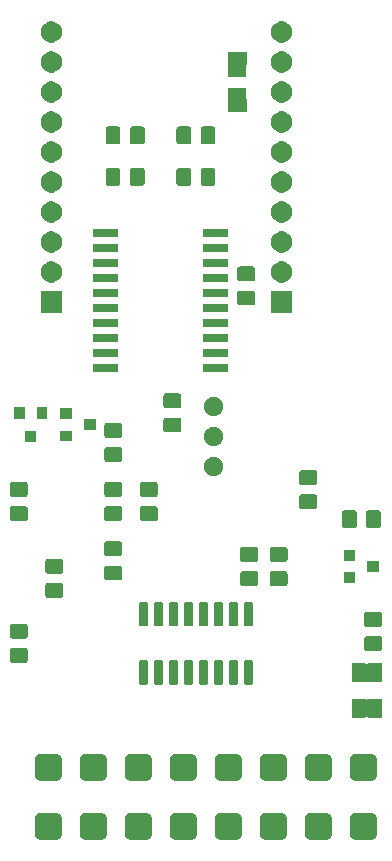
<source format=gbr>
G04 #@! TF.GenerationSoftware,KiCad,Pcbnew,5.1.5+dfsg1-2build2*
G04 #@! TF.CreationDate,2021-04-04T02:10:43+02:00*
G04 #@! TF.ProjectId,t100-dcmotor,74313030-2d64-4636-9d6f-746f722e6b69,rev?*
G04 #@! TF.SameCoordinates,Original*
G04 #@! TF.FileFunction,Soldermask,Top*
G04 #@! TF.FilePolarity,Negative*
%FSLAX46Y46*%
G04 Gerber Fmt 4.6, Leading zero omitted, Abs format (unit mm)*
G04 Created by KiCad (PCBNEW 5.1.5+dfsg1-2build2) date 2021-04-04 02:10:43*
%MOMM*%
%LPD*%
G04 APERTURE LIST*
%ADD10C,0.100000*%
G04 APERTURE END LIST*
D10*
G36*
X114907961Y-128359450D02*
G01*
X115004088Y-128388610D01*
X115092670Y-128435958D01*
X115170318Y-128499682D01*
X115234042Y-128577330D01*
X115281390Y-128665912D01*
X115310550Y-128762039D01*
X115321000Y-128868140D01*
X115321000Y-130131860D01*
X115310550Y-130237961D01*
X115281390Y-130334088D01*
X115234042Y-130422670D01*
X115170318Y-130500318D01*
X115092670Y-130564042D01*
X115004088Y-130611390D01*
X114907961Y-130640550D01*
X114801860Y-130651000D01*
X113538140Y-130651000D01*
X113432039Y-130640550D01*
X113335912Y-130611390D01*
X113247330Y-130564042D01*
X113169682Y-130500318D01*
X113105958Y-130422670D01*
X113058610Y-130334088D01*
X113029450Y-130237961D01*
X113019000Y-130131860D01*
X113019000Y-128868140D01*
X113029450Y-128762039D01*
X113058610Y-128665912D01*
X113105958Y-128577330D01*
X113169682Y-128499682D01*
X113247330Y-128435958D01*
X113335912Y-128388610D01*
X113432039Y-128359450D01*
X113538140Y-128349000D01*
X114801860Y-128349000D01*
X114907961Y-128359450D01*
G37*
G36*
X111097961Y-128359450D02*
G01*
X111194088Y-128388610D01*
X111282670Y-128435958D01*
X111360318Y-128499682D01*
X111424042Y-128577330D01*
X111471390Y-128665912D01*
X111500550Y-128762039D01*
X111511000Y-128868140D01*
X111511000Y-130131860D01*
X111500550Y-130237961D01*
X111471390Y-130334088D01*
X111424042Y-130422670D01*
X111360318Y-130500318D01*
X111282670Y-130564042D01*
X111194088Y-130611390D01*
X111097961Y-130640550D01*
X110991860Y-130651000D01*
X109728140Y-130651000D01*
X109622039Y-130640550D01*
X109525912Y-130611390D01*
X109437330Y-130564042D01*
X109359682Y-130500318D01*
X109295958Y-130422670D01*
X109248610Y-130334088D01*
X109219450Y-130237961D01*
X109209000Y-130131860D01*
X109209000Y-128868140D01*
X109219450Y-128762039D01*
X109248610Y-128665912D01*
X109295958Y-128577330D01*
X109359682Y-128499682D01*
X109437330Y-128435958D01*
X109525912Y-128388610D01*
X109622039Y-128359450D01*
X109728140Y-128349000D01*
X110991860Y-128349000D01*
X111097961Y-128359450D01*
G37*
G36*
X88237961Y-128359450D02*
G01*
X88334088Y-128388610D01*
X88422670Y-128435958D01*
X88500318Y-128499682D01*
X88564042Y-128577330D01*
X88611390Y-128665912D01*
X88640550Y-128762039D01*
X88651000Y-128868140D01*
X88651000Y-130131860D01*
X88640550Y-130237961D01*
X88611390Y-130334088D01*
X88564042Y-130422670D01*
X88500318Y-130500318D01*
X88422670Y-130564042D01*
X88334088Y-130611390D01*
X88237961Y-130640550D01*
X88131860Y-130651000D01*
X86868140Y-130651000D01*
X86762039Y-130640550D01*
X86665912Y-130611390D01*
X86577330Y-130564042D01*
X86499682Y-130500318D01*
X86435958Y-130422670D01*
X86388610Y-130334088D01*
X86359450Y-130237961D01*
X86349000Y-130131860D01*
X86349000Y-128868140D01*
X86359450Y-128762039D01*
X86388610Y-128665912D01*
X86435958Y-128577330D01*
X86499682Y-128499682D01*
X86577330Y-128435958D01*
X86665912Y-128388610D01*
X86762039Y-128359450D01*
X86868140Y-128349000D01*
X88131860Y-128349000D01*
X88237961Y-128359450D01*
G37*
G36*
X92047961Y-128359450D02*
G01*
X92144088Y-128388610D01*
X92232670Y-128435958D01*
X92310318Y-128499682D01*
X92374042Y-128577330D01*
X92421390Y-128665912D01*
X92450550Y-128762039D01*
X92461000Y-128868140D01*
X92461000Y-130131860D01*
X92450550Y-130237961D01*
X92421390Y-130334088D01*
X92374042Y-130422670D01*
X92310318Y-130500318D01*
X92232670Y-130564042D01*
X92144088Y-130611390D01*
X92047961Y-130640550D01*
X91941860Y-130651000D01*
X90678140Y-130651000D01*
X90572039Y-130640550D01*
X90475912Y-130611390D01*
X90387330Y-130564042D01*
X90309682Y-130500318D01*
X90245958Y-130422670D01*
X90198610Y-130334088D01*
X90169450Y-130237961D01*
X90159000Y-130131860D01*
X90159000Y-128868140D01*
X90169450Y-128762039D01*
X90198610Y-128665912D01*
X90245958Y-128577330D01*
X90309682Y-128499682D01*
X90387330Y-128435958D01*
X90475912Y-128388610D01*
X90572039Y-128359450D01*
X90678140Y-128349000D01*
X91941860Y-128349000D01*
X92047961Y-128359450D01*
G37*
G36*
X95857961Y-128359450D02*
G01*
X95954088Y-128388610D01*
X96042670Y-128435958D01*
X96120318Y-128499682D01*
X96184042Y-128577330D01*
X96231390Y-128665912D01*
X96260550Y-128762039D01*
X96271000Y-128868140D01*
X96271000Y-130131860D01*
X96260550Y-130237961D01*
X96231390Y-130334088D01*
X96184042Y-130422670D01*
X96120318Y-130500318D01*
X96042670Y-130564042D01*
X95954088Y-130611390D01*
X95857961Y-130640550D01*
X95751860Y-130651000D01*
X94488140Y-130651000D01*
X94382039Y-130640550D01*
X94285912Y-130611390D01*
X94197330Y-130564042D01*
X94119682Y-130500318D01*
X94055958Y-130422670D01*
X94008610Y-130334088D01*
X93979450Y-130237961D01*
X93969000Y-130131860D01*
X93969000Y-128868140D01*
X93979450Y-128762039D01*
X94008610Y-128665912D01*
X94055958Y-128577330D01*
X94119682Y-128499682D01*
X94197330Y-128435958D01*
X94285912Y-128388610D01*
X94382039Y-128359450D01*
X94488140Y-128349000D01*
X95751860Y-128349000D01*
X95857961Y-128359450D01*
G37*
G36*
X103477961Y-128359450D02*
G01*
X103574088Y-128388610D01*
X103662670Y-128435958D01*
X103740318Y-128499682D01*
X103804042Y-128577330D01*
X103851390Y-128665912D01*
X103880550Y-128762039D01*
X103891000Y-128868140D01*
X103891000Y-130131860D01*
X103880550Y-130237961D01*
X103851390Y-130334088D01*
X103804042Y-130422670D01*
X103740318Y-130500318D01*
X103662670Y-130564042D01*
X103574088Y-130611390D01*
X103477961Y-130640550D01*
X103371860Y-130651000D01*
X102108140Y-130651000D01*
X102002039Y-130640550D01*
X101905912Y-130611390D01*
X101817330Y-130564042D01*
X101739682Y-130500318D01*
X101675958Y-130422670D01*
X101628610Y-130334088D01*
X101599450Y-130237961D01*
X101589000Y-130131860D01*
X101589000Y-128868140D01*
X101599450Y-128762039D01*
X101628610Y-128665912D01*
X101675958Y-128577330D01*
X101739682Y-128499682D01*
X101817330Y-128435958D01*
X101905912Y-128388610D01*
X102002039Y-128359450D01*
X102108140Y-128349000D01*
X103371860Y-128349000D01*
X103477961Y-128359450D01*
G37*
G36*
X99667961Y-128359450D02*
G01*
X99764088Y-128388610D01*
X99852670Y-128435958D01*
X99930318Y-128499682D01*
X99994042Y-128577330D01*
X100041390Y-128665912D01*
X100070550Y-128762039D01*
X100081000Y-128868140D01*
X100081000Y-130131860D01*
X100070550Y-130237961D01*
X100041390Y-130334088D01*
X99994042Y-130422670D01*
X99930318Y-130500318D01*
X99852670Y-130564042D01*
X99764088Y-130611390D01*
X99667961Y-130640550D01*
X99561860Y-130651000D01*
X98298140Y-130651000D01*
X98192039Y-130640550D01*
X98095912Y-130611390D01*
X98007330Y-130564042D01*
X97929682Y-130500318D01*
X97865958Y-130422670D01*
X97818610Y-130334088D01*
X97789450Y-130237961D01*
X97779000Y-130131860D01*
X97779000Y-128868140D01*
X97789450Y-128762039D01*
X97818610Y-128665912D01*
X97865958Y-128577330D01*
X97929682Y-128499682D01*
X98007330Y-128435958D01*
X98095912Y-128388610D01*
X98192039Y-128359450D01*
X98298140Y-128349000D01*
X99561860Y-128349000D01*
X99667961Y-128359450D01*
G37*
G36*
X107287961Y-128359450D02*
G01*
X107384088Y-128388610D01*
X107472670Y-128435958D01*
X107550318Y-128499682D01*
X107614042Y-128577330D01*
X107661390Y-128665912D01*
X107690550Y-128762039D01*
X107701000Y-128868140D01*
X107701000Y-130131860D01*
X107690550Y-130237961D01*
X107661390Y-130334088D01*
X107614042Y-130422670D01*
X107550318Y-130500318D01*
X107472670Y-130564042D01*
X107384088Y-130611390D01*
X107287961Y-130640550D01*
X107181860Y-130651000D01*
X105918140Y-130651000D01*
X105812039Y-130640550D01*
X105715912Y-130611390D01*
X105627330Y-130564042D01*
X105549682Y-130500318D01*
X105485958Y-130422670D01*
X105438610Y-130334088D01*
X105409450Y-130237961D01*
X105399000Y-130131860D01*
X105399000Y-128868140D01*
X105409450Y-128762039D01*
X105438610Y-128665912D01*
X105485958Y-128577330D01*
X105549682Y-128499682D01*
X105627330Y-128435958D01*
X105715912Y-128388610D01*
X105812039Y-128359450D01*
X105918140Y-128349000D01*
X107181860Y-128349000D01*
X107287961Y-128359450D01*
G37*
G36*
X103477961Y-123359450D02*
G01*
X103574088Y-123388610D01*
X103662670Y-123435958D01*
X103740318Y-123499682D01*
X103804042Y-123577330D01*
X103851390Y-123665912D01*
X103880550Y-123762039D01*
X103891000Y-123868140D01*
X103891000Y-125131860D01*
X103880550Y-125237961D01*
X103851390Y-125334088D01*
X103804042Y-125422670D01*
X103740318Y-125500318D01*
X103662670Y-125564042D01*
X103574088Y-125611390D01*
X103477961Y-125640550D01*
X103371860Y-125651000D01*
X102108140Y-125651000D01*
X102002039Y-125640550D01*
X101905912Y-125611390D01*
X101817330Y-125564042D01*
X101739682Y-125500318D01*
X101675958Y-125422670D01*
X101628610Y-125334088D01*
X101599450Y-125237961D01*
X101589000Y-125131860D01*
X101589000Y-123868140D01*
X101599450Y-123762039D01*
X101628610Y-123665912D01*
X101675958Y-123577330D01*
X101739682Y-123499682D01*
X101817330Y-123435958D01*
X101905912Y-123388610D01*
X102002039Y-123359450D01*
X102108140Y-123349000D01*
X103371860Y-123349000D01*
X103477961Y-123359450D01*
G37*
G36*
X107287961Y-123359450D02*
G01*
X107384088Y-123388610D01*
X107472670Y-123435958D01*
X107550318Y-123499682D01*
X107614042Y-123577330D01*
X107661390Y-123665912D01*
X107690550Y-123762039D01*
X107701000Y-123868140D01*
X107701000Y-125131860D01*
X107690550Y-125237961D01*
X107661390Y-125334088D01*
X107614042Y-125422670D01*
X107550318Y-125500318D01*
X107472670Y-125564042D01*
X107384088Y-125611390D01*
X107287961Y-125640550D01*
X107181860Y-125651000D01*
X105918140Y-125651000D01*
X105812039Y-125640550D01*
X105715912Y-125611390D01*
X105627330Y-125564042D01*
X105549682Y-125500318D01*
X105485958Y-125422670D01*
X105438610Y-125334088D01*
X105409450Y-125237961D01*
X105399000Y-125131860D01*
X105399000Y-123868140D01*
X105409450Y-123762039D01*
X105438610Y-123665912D01*
X105485958Y-123577330D01*
X105549682Y-123499682D01*
X105627330Y-123435958D01*
X105715912Y-123388610D01*
X105812039Y-123359450D01*
X105918140Y-123349000D01*
X107181860Y-123349000D01*
X107287961Y-123359450D01*
G37*
G36*
X99667961Y-123359450D02*
G01*
X99764088Y-123388610D01*
X99852670Y-123435958D01*
X99930318Y-123499682D01*
X99994042Y-123577330D01*
X100041390Y-123665912D01*
X100070550Y-123762039D01*
X100081000Y-123868140D01*
X100081000Y-125131860D01*
X100070550Y-125237961D01*
X100041390Y-125334088D01*
X99994042Y-125422670D01*
X99930318Y-125500318D01*
X99852670Y-125564042D01*
X99764088Y-125611390D01*
X99667961Y-125640550D01*
X99561860Y-125651000D01*
X98298140Y-125651000D01*
X98192039Y-125640550D01*
X98095912Y-125611390D01*
X98007330Y-125564042D01*
X97929682Y-125500318D01*
X97865958Y-125422670D01*
X97818610Y-125334088D01*
X97789450Y-125237961D01*
X97779000Y-125131860D01*
X97779000Y-123868140D01*
X97789450Y-123762039D01*
X97818610Y-123665912D01*
X97865958Y-123577330D01*
X97929682Y-123499682D01*
X98007330Y-123435958D01*
X98095912Y-123388610D01*
X98192039Y-123359450D01*
X98298140Y-123349000D01*
X99561860Y-123349000D01*
X99667961Y-123359450D01*
G37*
G36*
X95857961Y-123359450D02*
G01*
X95954088Y-123388610D01*
X96042670Y-123435958D01*
X96120318Y-123499682D01*
X96184042Y-123577330D01*
X96231390Y-123665912D01*
X96260550Y-123762039D01*
X96271000Y-123868140D01*
X96271000Y-125131860D01*
X96260550Y-125237961D01*
X96231390Y-125334088D01*
X96184042Y-125422670D01*
X96120318Y-125500318D01*
X96042670Y-125564042D01*
X95954088Y-125611390D01*
X95857961Y-125640550D01*
X95751860Y-125651000D01*
X94488140Y-125651000D01*
X94382039Y-125640550D01*
X94285912Y-125611390D01*
X94197330Y-125564042D01*
X94119682Y-125500318D01*
X94055958Y-125422670D01*
X94008610Y-125334088D01*
X93979450Y-125237961D01*
X93969000Y-125131860D01*
X93969000Y-123868140D01*
X93979450Y-123762039D01*
X94008610Y-123665912D01*
X94055958Y-123577330D01*
X94119682Y-123499682D01*
X94197330Y-123435958D01*
X94285912Y-123388610D01*
X94382039Y-123359450D01*
X94488140Y-123349000D01*
X95751860Y-123349000D01*
X95857961Y-123359450D01*
G37*
G36*
X92047961Y-123359450D02*
G01*
X92144088Y-123388610D01*
X92232670Y-123435958D01*
X92310318Y-123499682D01*
X92374042Y-123577330D01*
X92421390Y-123665912D01*
X92450550Y-123762039D01*
X92461000Y-123868140D01*
X92461000Y-125131860D01*
X92450550Y-125237961D01*
X92421390Y-125334088D01*
X92374042Y-125422670D01*
X92310318Y-125500318D01*
X92232670Y-125564042D01*
X92144088Y-125611390D01*
X92047961Y-125640550D01*
X91941860Y-125651000D01*
X90678140Y-125651000D01*
X90572039Y-125640550D01*
X90475912Y-125611390D01*
X90387330Y-125564042D01*
X90309682Y-125500318D01*
X90245958Y-125422670D01*
X90198610Y-125334088D01*
X90169450Y-125237961D01*
X90159000Y-125131860D01*
X90159000Y-123868140D01*
X90169450Y-123762039D01*
X90198610Y-123665912D01*
X90245958Y-123577330D01*
X90309682Y-123499682D01*
X90387330Y-123435958D01*
X90475912Y-123388610D01*
X90572039Y-123359450D01*
X90678140Y-123349000D01*
X91941860Y-123349000D01*
X92047961Y-123359450D01*
G37*
G36*
X111097961Y-123359450D02*
G01*
X111194088Y-123388610D01*
X111282670Y-123435958D01*
X111360318Y-123499682D01*
X111424042Y-123577330D01*
X111471390Y-123665912D01*
X111500550Y-123762039D01*
X111511000Y-123868140D01*
X111511000Y-125131860D01*
X111500550Y-125237961D01*
X111471390Y-125334088D01*
X111424042Y-125422670D01*
X111360318Y-125500318D01*
X111282670Y-125564042D01*
X111194088Y-125611390D01*
X111097961Y-125640550D01*
X110991860Y-125651000D01*
X109728140Y-125651000D01*
X109622039Y-125640550D01*
X109525912Y-125611390D01*
X109437330Y-125564042D01*
X109359682Y-125500318D01*
X109295958Y-125422670D01*
X109248610Y-125334088D01*
X109219450Y-125237961D01*
X109209000Y-125131860D01*
X109209000Y-123868140D01*
X109219450Y-123762039D01*
X109248610Y-123665912D01*
X109295958Y-123577330D01*
X109359682Y-123499682D01*
X109437330Y-123435958D01*
X109525912Y-123388610D01*
X109622039Y-123359450D01*
X109728140Y-123349000D01*
X110991860Y-123349000D01*
X111097961Y-123359450D01*
G37*
G36*
X88237961Y-123359450D02*
G01*
X88334088Y-123388610D01*
X88422670Y-123435958D01*
X88500318Y-123499682D01*
X88564042Y-123577330D01*
X88611390Y-123665912D01*
X88640550Y-123762039D01*
X88651000Y-123868140D01*
X88651000Y-125131860D01*
X88640550Y-125237961D01*
X88611390Y-125334088D01*
X88564042Y-125422670D01*
X88500318Y-125500318D01*
X88422670Y-125564042D01*
X88334088Y-125611390D01*
X88237961Y-125640550D01*
X88131860Y-125651000D01*
X86868140Y-125651000D01*
X86762039Y-125640550D01*
X86665912Y-125611390D01*
X86577330Y-125564042D01*
X86499682Y-125500318D01*
X86435958Y-125422670D01*
X86388610Y-125334088D01*
X86359450Y-125237961D01*
X86349000Y-125131860D01*
X86349000Y-123868140D01*
X86359450Y-123762039D01*
X86388610Y-123665912D01*
X86435958Y-123577330D01*
X86499682Y-123499682D01*
X86577330Y-123435958D01*
X86665912Y-123388610D01*
X86762039Y-123359450D01*
X86868140Y-123349000D01*
X88131860Y-123349000D01*
X88237961Y-123359450D01*
G37*
G36*
X114907961Y-123359450D02*
G01*
X115004088Y-123388610D01*
X115092670Y-123435958D01*
X115170318Y-123499682D01*
X115234042Y-123577330D01*
X115281390Y-123665912D01*
X115310550Y-123762039D01*
X115321000Y-123868140D01*
X115321000Y-125131860D01*
X115310550Y-125237961D01*
X115281390Y-125334088D01*
X115234042Y-125422670D01*
X115170318Y-125500318D01*
X115092670Y-125564042D01*
X115004088Y-125611390D01*
X114907961Y-125640550D01*
X114801860Y-125651000D01*
X113538140Y-125651000D01*
X113432039Y-125640550D01*
X113335912Y-125611390D01*
X113247330Y-125564042D01*
X113169682Y-125500318D01*
X113105958Y-125422670D01*
X113058610Y-125334088D01*
X113029450Y-125237961D01*
X113019000Y-125131860D01*
X113019000Y-123868140D01*
X113029450Y-123762039D01*
X113058610Y-123665912D01*
X113105958Y-123577330D01*
X113169682Y-123499682D01*
X113247330Y-123435958D01*
X113335912Y-123388610D01*
X113432039Y-123359450D01*
X113538140Y-123349000D01*
X114801860Y-123349000D01*
X114907961Y-123359450D01*
G37*
G36*
X114284999Y-118699737D02*
G01*
X114294608Y-118702652D01*
X114303472Y-118707390D01*
X114311212Y-118713742D01*
X114311213Y-118713743D01*
X114311237Y-118713763D01*
X114317640Y-118721573D01*
X114317677Y-118721628D01*
X114325480Y-118731147D01*
X114325511Y-118731122D01*
X114336853Y-118744972D01*
X114355779Y-118760537D01*
X114377377Y-118772111D01*
X114400819Y-118779249D01*
X114425202Y-118781676D01*
X114449591Y-118779300D01*
X114473047Y-118772211D01*
X114494670Y-118760682D01*
X114513628Y-118745157D01*
X114529193Y-118726231D01*
X114531029Y-118723175D01*
X114532418Y-118721486D01*
X114532419Y-118721484D01*
X114538801Y-118713725D01*
X114546573Y-118707360D01*
X114546575Y-118707358D01*
X114555399Y-118702654D01*
X114555438Y-118702633D01*
X114565055Y-118699727D01*
X114565085Y-118699718D01*
X114581113Y-118698148D01*
X115718860Y-118698148D01*
X115734999Y-118699737D01*
X115744608Y-118702652D01*
X115753472Y-118707390D01*
X115761237Y-118713763D01*
X115767610Y-118721528D01*
X115772348Y-118730392D01*
X115775263Y-118740001D01*
X115776852Y-118756140D01*
X115776852Y-120243860D01*
X115775263Y-120259999D01*
X115772348Y-120269608D01*
X115767610Y-120278472D01*
X115761237Y-120286237D01*
X115753472Y-120292610D01*
X115744608Y-120297348D01*
X115734999Y-120300263D01*
X115718860Y-120301852D01*
X114581140Y-120301852D01*
X114565001Y-120300263D01*
X114555392Y-120297348D01*
X114546528Y-120292610D01*
X114538763Y-120286237D01*
X114528116Y-120273263D01*
X114521947Y-120264032D01*
X114504619Y-120246706D01*
X114484244Y-120233093D01*
X114461605Y-120223717D01*
X114437572Y-120218937D01*
X114413068Y-120218938D01*
X114389035Y-120223720D01*
X114366396Y-120233098D01*
X114346022Y-120246713D01*
X114328696Y-120264041D01*
X114321825Y-120273317D01*
X114317640Y-120278427D01*
X114311275Y-120286199D01*
X114303516Y-120292581D01*
X114294661Y-120297326D01*
X114291623Y-120298251D01*
X114285085Y-120300242D01*
X114285082Y-120300242D01*
X114285050Y-120300252D01*
X114275000Y-120301247D01*
X114274935Y-120301247D01*
X114268825Y-120301852D01*
X113281140Y-120301852D01*
X113265001Y-120300263D01*
X113255392Y-120297348D01*
X113246528Y-120292610D01*
X113238763Y-120286237D01*
X113232390Y-120278472D01*
X113227652Y-120269608D01*
X113224737Y-120259999D01*
X113223148Y-120243860D01*
X113223148Y-118756140D01*
X113224737Y-118740001D01*
X113227652Y-118730392D01*
X113232390Y-118721528D01*
X113238763Y-118713763D01*
X113246528Y-118707390D01*
X113255392Y-118702652D01*
X113265001Y-118699737D01*
X113281140Y-118698148D01*
X114268860Y-118698148D01*
X114284999Y-118699737D01*
G37*
G36*
X99624928Y-115451764D02*
G01*
X99646009Y-115458160D01*
X99665445Y-115468548D01*
X99682476Y-115482524D01*
X99696452Y-115499555D01*
X99706840Y-115518991D01*
X99713236Y-115540072D01*
X99716000Y-115568140D01*
X99716000Y-117381860D01*
X99713236Y-117409928D01*
X99706840Y-117431009D01*
X99696452Y-117450445D01*
X99682476Y-117467476D01*
X99665445Y-117481452D01*
X99646009Y-117491840D01*
X99624928Y-117498236D01*
X99596860Y-117501000D01*
X99133140Y-117501000D01*
X99105072Y-117498236D01*
X99083991Y-117491840D01*
X99064555Y-117481452D01*
X99047524Y-117467476D01*
X99033548Y-117450445D01*
X99023160Y-117431009D01*
X99016764Y-117409928D01*
X99014000Y-117381860D01*
X99014000Y-115568140D01*
X99016764Y-115540072D01*
X99023160Y-115518991D01*
X99033548Y-115499555D01*
X99047524Y-115482524D01*
X99064555Y-115468548D01*
X99083991Y-115458160D01*
X99105072Y-115451764D01*
X99133140Y-115449000D01*
X99596860Y-115449000D01*
X99624928Y-115451764D01*
G37*
G36*
X102164928Y-115451764D02*
G01*
X102186009Y-115458160D01*
X102205445Y-115468548D01*
X102222476Y-115482524D01*
X102236452Y-115499555D01*
X102246840Y-115518991D01*
X102253236Y-115540072D01*
X102256000Y-115568140D01*
X102256000Y-117381860D01*
X102253236Y-117409928D01*
X102246840Y-117431009D01*
X102236452Y-117450445D01*
X102222476Y-117467476D01*
X102205445Y-117481452D01*
X102186009Y-117491840D01*
X102164928Y-117498236D01*
X102136860Y-117501000D01*
X101673140Y-117501000D01*
X101645072Y-117498236D01*
X101623991Y-117491840D01*
X101604555Y-117481452D01*
X101587524Y-117467476D01*
X101573548Y-117450445D01*
X101563160Y-117431009D01*
X101556764Y-117409928D01*
X101554000Y-117381860D01*
X101554000Y-115568140D01*
X101556764Y-115540072D01*
X101563160Y-115518991D01*
X101573548Y-115499555D01*
X101587524Y-115482524D01*
X101604555Y-115468548D01*
X101623991Y-115458160D01*
X101645072Y-115451764D01*
X101673140Y-115449000D01*
X102136860Y-115449000D01*
X102164928Y-115451764D01*
G37*
G36*
X95814928Y-115451764D02*
G01*
X95836009Y-115458160D01*
X95855445Y-115468548D01*
X95872476Y-115482524D01*
X95886452Y-115499555D01*
X95896840Y-115518991D01*
X95903236Y-115540072D01*
X95906000Y-115568140D01*
X95906000Y-117381860D01*
X95903236Y-117409928D01*
X95896840Y-117431009D01*
X95886452Y-117450445D01*
X95872476Y-117467476D01*
X95855445Y-117481452D01*
X95836009Y-117491840D01*
X95814928Y-117498236D01*
X95786860Y-117501000D01*
X95323140Y-117501000D01*
X95295072Y-117498236D01*
X95273991Y-117491840D01*
X95254555Y-117481452D01*
X95237524Y-117467476D01*
X95223548Y-117450445D01*
X95213160Y-117431009D01*
X95206764Y-117409928D01*
X95204000Y-117381860D01*
X95204000Y-115568140D01*
X95206764Y-115540072D01*
X95213160Y-115518991D01*
X95223548Y-115499555D01*
X95237524Y-115482524D01*
X95254555Y-115468548D01*
X95273991Y-115458160D01*
X95295072Y-115451764D01*
X95323140Y-115449000D01*
X95786860Y-115449000D01*
X95814928Y-115451764D01*
G37*
G36*
X97084928Y-115451764D02*
G01*
X97106009Y-115458160D01*
X97125445Y-115468548D01*
X97142476Y-115482524D01*
X97156452Y-115499555D01*
X97166840Y-115518991D01*
X97173236Y-115540072D01*
X97176000Y-115568140D01*
X97176000Y-117381860D01*
X97173236Y-117409928D01*
X97166840Y-117431009D01*
X97156452Y-117450445D01*
X97142476Y-117467476D01*
X97125445Y-117481452D01*
X97106009Y-117491840D01*
X97084928Y-117498236D01*
X97056860Y-117501000D01*
X96593140Y-117501000D01*
X96565072Y-117498236D01*
X96543991Y-117491840D01*
X96524555Y-117481452D01*
X96507524Y-117467476D01*
X96493548Y-117450445D01*
X96483160Y-117431009D01*
X96476764Y-117409928D01*
X96474000Y-117381860D01*
X96474000Y-115568140D01*
X96476764Y-115540072D01*
X96483160Y-115518991D01*
X96493548Y-115499555D01*
X96507524Y-115482524D01*
X96524555Y-115468548D01*
X96543991Y-115458160D01*
X96565072Y-115451764D01*
X96593140Y-115449000D01*
X97056860Y-115449000D01*
X97084928Y-115451764D01*
G37*
G36*
X98354928Y-115451764D02*
G01*
X98376009Y-115458160D01*
X98395445Y-115468548D01*
X98412476Y-115482524D01*
X98426452Y-115499555D01*
X98436840Y-115518991D01*
X98443236Y-115540072D01*
X98446000Y-115568140D01*
X98446000Y-117381860D01*
X98443236Y-117409928D01*
X98436840Y-117431009D01*
X98426452Y-117450445D01*
X98412476Y-117467476D01*
X98395445Y-117481452D01*
X98376009Y-117491840D01*
X98354928Y-117498236D01*
X98326860Y-117501000D01*
X97863140Y-117501000D01*
X97835072Y-117498236D01*
X97813991Y-117491840D01*
X97794555Y-117481452D01*
X97777524Y-117467476D01*
X97763548Y-117450445D01*
X97753160Y-117431009D01*
X97746764Y-117409928D01*
X97744000Y-117381860D01*
X97744000Y-115568140D01*
X97746764Y-115540072D01*
X97753160Y-115518991D01*
X97763548Y-115499555D01*
X97777524Y-115482524D01*
X97794555Y-115468548D01*
X97813991Y-115458160D01*
X97835072Y-115451764D01*
X97863140Y-115449000D01*
X98326860Y-115449000D01*
X98354928Y-115451764D01*
G37*
G36*
X104704928Y-115451764D02*
G01*
X104726009Y-115458160D01*
X104745445Y-115468548D01*
X104762476Y-115482524D01*
X104776452Y-115499555D01*
X104786840Y-115518991D01*
X104793236Y-115540072D01*
X104796000Y-115568140D01*
X104796000Y-117381860D01*
X104793236Y-117409928D01*
X104786840Y-117431009D01*
X104776452Y-117450445D01*
X104762476Y-117467476D01*
X104745445Y-117481452D01*
X104726009Y-117491840D01*
X104704928Y-117498236D01*
X104676860Y-117501000D01*
X104213140Y-117501000D01*
X104185072Y-117498236D01*
X104163991Y-117491840D01*
X104144555Y-117481452D01*
X104127524Y-117467476D01*
X104113548Y-117450445D01*
X104103160Y-117431009D01*
X104096764Y-117409928D01*
X104094000Y-117381860D01*
X104094000Y-115568140D01*
X104096764Y-115540072D01*
X104103160Y-115518991D01*
X104113548Y-115499555D01*
X104127524Y-115482524D01*
X104144555Y-115468548D01*
X104163991Y-115458160D01*
X104185072Y-115451764D01*
X104213140Y-115449000D01*
X104676860Y-115449000D01*
X104704928Y-115451764D01*
G37*
G36*
X103434928Y-115451764D02*
G01*
X103456009Y-115458160D01*
X103475445Y-115468548D01*
X103492476Y-115482524D01*
X103506452Y-115499555D01*
X103516840Y-115518991D01*
X103523236Y-115540072D01*
X103526000Y-115568140D01*
X103526000Y-117381860D01*
X103523236Y-117409928D01*
X103516840Y-117431009D01*
X103506452Y-117450445D01*
X103492476Y-117467476D01*
X103475445Y-117481452D01*
X103456009Y-117491840D01*
X103434928Y-117498236D01*
X103406860Y-117501000D01*
X102943140Y-117501000D01*
X102915072Y-117498236D01*
X102893991Y-117491840D01*
X102874555Y-117481452D01*
X102857524Y-117467476D01*
X102843548Y-117450445D01*
X102833160Y-117431009D01*
X102826764Y-117409928D01*
X102824000Y-117381860D01*
X102824000Y-115568140D01*
X102826764Y-115540072D01*
X102833160Y-115518991D01*
X102843548Y-115499555D01*
X102857524Y-115482524D01*
X102874555Y-115468548D01*
X102893991Y-115458160D01*
X102915072Y-115451764D01*
X102943140Y-115449000D01*
X103406860Y-115449000D01*
X103434928Y-115451764D01*
G37*
G36*
X100894928Y-115451764D02*
G01*
X100916009Y-115458160D01*
X100935445Y-115468548D01*
X100952476Y-115482524D01*
X100966452Y-115499555D01*
X100976840Y-115518991D01*
X100983236Y-115540072D01*
X100986000Y-115568140D01*
X100986000Y-117381860D01*
X100983236Y-117409928D01*
X100976840Y-117431009D01*
X100966452Y-117450445D01*
X100952476Y-117467476D01*
X100935445Y-117481452D01*
X100916009Y-117491840D01*
X100894928Y-117498236D01*
X100866860Y-117501000D01*
X100403140Y-117501000D01*
X100375072Y-117498236D01*
X100353991Y-117491840D01*
X100334555Y-117481452D01*
X100317524Y-117467476D01*
X100303548Y-117450445D01*
X100293160Y-117431009D01*
X100286764Y-117409928D01*
X100284000Y-117381860D01*
X100284000Y-115568140D01*
X100286764Y-115540072D01*
X100293160Y-115518991D01*
X100303548Y-115499555D01*
X100317524Y-115482524D01*
X100334555Y-115468548D01*
X100353991Y-115458160D01*
X100375072Y-115451764D01*
X100403140Y-115449000D01*
X100866860Y-115449000D01*
X100894928Y-115451764D01*
G37*
G36*
X114284999Y-115699737D02*
G01*
X114294608Y-115702652D01*
X114303472Y-115707390D01*
X114311212Y-115713742D01*
X114311213Y-115713743D01*
X114311237Y-115713763D01*
X114317640Y-115721573D01*
X114317677Y-115721628D01*
X114325480Y-115731147D01*
X114325511Y-115731122D01*
X114336853Y-115744972D01*
X114355779Y-115760537D01*
X114377377Y-115772111D01*
X114400819Y-115779249D01*
X114425202Y-115781676D01*
X114449591Y-115779300D01*
X114473047Y-115772211D01*
X114494670Y-115760682D01*
X114513628Y-115745157D01*
X114529193Y-115726231D01*
X114531029Y-115723175D01*
X114532418Y-115721486D01*
X114532419Y-115721484D01*
X114538801Y-115713725D01*
X114546573Y-115707360D01*
X114546575Y-115707358D01*
X114555399Y-115702654D01*
X114555438Y-115702633D01*
X114565055Y-115699727D01*
X114565085Y-115699718D01*
X114581113Y-115698148D01*
X115718860Y-115698148D01*
X115734999Y-115699737D01*
X115744608Y-115702652D01*
X115753472Y-115707390D01*
X115761237Y-115713763D01*
X115767610Y-115721528D01*
X115772348Y-115730392D01*
X115775263Y-115740001D01*
X115776852Y-115756140D01*
X115776852Y-117243860D01*
X115775263Y-117259999D01*
X115772348Y-117269608D01*
X115767610Y-117278472D01*
X115761237Y-117286237D01*
X115753472Y-117292610D01*
X115744608Y-117297348D01*
X115734999Y-117300263D01*
X115718860Y-117301852D01*
X114581140Y-117301852D01*
X114565001Y-117300263D01*
X114555392Y-117297348D01*
X114546528Y-117292610D01*
X114538763Y-117286237D01*
X114528116Y-117273263D01*
X114521947Y-117264032D01*
X114504619Y-117246706D01*
X114484244Y-117233093D01*
X114461605Y-117223717D01*
X114437572Y-117218937D01*
X114413068Y-117218938D01*
X114389035Y-117223720D01*
X114366396Y-117233098D01*
X114346022Y-117246713D01*
X114328696Y-117264041D01*
X114321825Y-117273317D01*
X114317640Y-117278427D01*
X114311275Y-117286199D01*
X114303516Y-117292581D01*
X114294661Y-117297326D01*
X114291623Y-117298251D01*
X114285085Y-117300242D01*
X114285082Y-117300242D01*
X114285050Y-117300252D01*
X114275000Y-117301247D01*
X114274935Y-117301247D01*
X114268825Y-117301852D01*
X113281140Y-117301852D01*
X113265001Y-117300263D01*
X113255392Y-117297348D01*
X113246528Y-117292610D01*
X113238763Y-117286237D01*
X113232390Y-117278472D01*
X113227652Y-117269608D01*
X113224737Y-117259999D01*
X113223148Y-117243860D01*
X113223148Y-115756140D01*
X113224737Y-115740001D01*
X113227652Y-115730392D01*
X113232390Y-115721528D01*
X113238763Y-115713763D01*
X113246528Y-115707390D01*
X113255392Y-115702652D01*
X113265001Y-115699737D01*
X113281140Y-115698148D01*
X114268860Y-115698148D01*
X114284999Y-115699737D01*
G37*
G36*
X85588674Y-114403465D02*
G01*
X85626367Y-114414899D01*
X85661103Y-114433466D01*
X85691548Y-114458452D01*
X85716534Y-114488897D01*
X85735101Y-114523633D01*
X85746535Y-114561326D01*
X85751000Y-114606661D01*
X85751000Y-115443339D01*
X85746535Y-115488674D01*
X85735101Y-115526367D01*
X85716534Y-115561103D01*
X85691548Y-115591548D01*
X85661103Y-115616534D01*
X85626367Y-115635101D01*
X85588674Y-115646535D01*
X85543339Y-115651000D01*
X84456661Y-115651000D01*
X84411326Y-115646535D01*
X84373633Y-115635101D01*
X84338897Y-115616534D01*
X84308452Y-115591548D01*
X84283466Y-115561103D01*
X84264899Y-115526367D01*
X84253465Y-115488674D01*
X84249000Y-115443339D01*
X84249000Y-114606661D01*
X84253465Y-114561326D01*
X84264899Y-114523633D01*
X84283466Y-114488897D01*
X84308452Y-114458452D01*
X84338897Y-114433466D01*
X84373633Y-114414899D01*
X84411326Y-114403465D01*
X84456661Y-114399000D01*
X85543339Y-114399000D01*
X85588674Y-114403465D01*
G37*
G36*
X115588674Y-113403465D02*
G01*
X115626367Y-113414899D01*
X115661103Y-113433466D01*
X115691548Y-113458452D01*
X115716534Y-113488897D01*
X115735101Y-113523633D01*
X115746535Y-113561326D01*
X115751000Y-113606661D01*
X115751000Y-114443339D01*
X115746535Y-114488674D01*
X115735101Y-114526367D01*
X115716534Y-114561103D01*
X115691548Y-114591548D01*
X115661103Y-114616534D01*
X115626367Y-114635101D01*
X115588674Y-114646535D01*
X115543339Y-114651000D01*
X114456661Y-114651000D01*
X114411326Y-114646535D01*
X114373633Y-114635101D01*
X114338897Y-114616534D01*
X114308452Y-114591548D01*
X114283466Y-114561103D01*
X114264899Y-114526367D01*
X114253465Y-114488674D01*
X114249000Y-114443339D01*
X114249000Y-113606661D01*
X114253465Y-113561326D01*
X114264899Y-113523633D01*
X114283466Y-113488897D01*
X114308452Y-113458452D01*
X114338897Y-113433466D01*
X114373633Y-113414899D01*
X114411326Y-113403465D01*
X114456661Y-113399000D01*
X115543339Y-113399000D01*
X115588674Y-113403465D01*
G37*
G36*
X85588674Y-112353465D02*
G01*
X85626367Y-112364899D01*
X85661103Y-112383466D01*
X85691548Y-112408452D01*
X85716534Y-112438897D01*
X85735101Y-112473633D01*
X85746535Y-112511326D01*
X85751000Y-112556661D01*
X85751000Y-113393339D01*
X85746535Y-113438674D01*
X85735101Y-113476367D01*
X85716534Y-113511103D01*
X85691548Y-113541548D01*
X85661103Y-113566534D01*
X85626367Y-113585101D01*
X85588674Y-113596535D01*
X85543339Y-113601000D01*
X84456661Y-113601000D01*
X84411326Y-113596535D01*
X84373633Y-113585101D01*
X84338897Y-113566534D01*
X84308452Y-113541548D01*
X84283466Y-113511103D01*
X84264899Y-113476367D01*
X84253465Y-113438674D01*
X84249000Y-113393339D01*
X84249000Y-112556661D01*
X84253465Y-112511326D01*
X84264899Y-112473633D01*
X84283466Y-112438897D01*
X84308452Y-112408452D01*
X84338897Y-112383466D01*
X84373633Y-112364899D01*
X84411326Y-112353465D01*
X84456661Y-112349000D01*
X85543339Y-112349000D01*
X85588674Y-112353465D01*
G37*
G36*
X115588674Y-111353465D02*
G01*
X115626367Y-111364899D01*
X115661103Y-111383466D01*
X115691548Y-111408452D01*
X115716534Y-111438897D01*
X115735101Y-111473633D01*
X115746535Y-111511326D01*
X115751000Y-111556661D01*
X115751000Y-112393339D01*
X115746535Y-112438674D01*
X115735101Y-112476367D01*
X115716534Y-112511103D01*
X115691548Y-112541548D01*
X115661103Y-112566534D01*
X115626367Y-112585101D01*
X115588674Y-112596535D01*
X115543339Y-112601000D01*
X114456661Y-112601000D01*
X114411326Y-112596535D01*
X114373633Y-112585101D01*
X114338897Y-112566534D01*
X114308452Y-112541548D01*
X114283466Y-112511103D01*
X114264899Y-112476367D01*
X114253465Y-112438674D01*
X114249000Y-112393339D01*
X114249000Y-111556661D01*
X114253465Y-111511326D01*
X114264899Y-111473633D01*
X114283466Y-111438897D01*
X114308452Y-111408452D01*
X114338897Y-111383466D01*
X114373633Y-111364899D01*
X114411326Y-111353465D01*
X114456661Y-111349000D01*
X115543339Y-111349000D01*
X115588674Y-111353465D01*
G37*
G36*
X102164928Y-110501764D02*
G01*
X102186009Y-110508160D01*
X102205445Y-110518548D01*
X102222476Y-110532524D01*
X102236452Y-110549555D01*
X102246840Y-110568991D01*
X102253236Y-110590072D01*
X102256000Y-110618140D01*
X102256000Y-112431860D01*
X102253236Y-112459928D01*
X102246840Y-112481009D01*
X102236452Y-112500445D01*
X102222476Y-112517476D01*
X102205445Y-112531452D01*
X102186009Y-112541840D01*
X102164928Y-112548236D01*
X102136860Y-112551000D01*
X101673140Y-112551000D01*
X101645072Y-112548236D01*
X101623991Y-112541840D01*
X101604555Y-112531452D01*
X101587524Y-112517476D01*
X101573548Y-112500445D01*
X101563160Y-112481009D01*
X101556764Y-112459928D01*
X101554000Y-112431860D01*
X101554000Y-110618140D01*
X101556764Y-110590072D01*
X101563160Y-110568991D01*
X101573548Y-110549555D01*
X101587524Y-110532524D01*
X101604555Y-110518548D01*
X101623991Y-110508160D01*
X101645072Y-110501764D01*
X101673140Y-110499000D01*
X102136860Y-110499000D01*
X102164928Y-110501764D01*
G37*
G36*
X95814928Y-110501764D02*
G01*
X95836009Y-110508160D01*
X95855445Y-110518548D01*
X95872476Y-110532524D01*
X95886452Y-110549555D01*
X95896840Y-110568991D01*
X95903236Y-110590072D01*
X95906000Y-110618140D01*
X95906000Y-112431860D01*
X95903236Y-112459928D01*
X95896840Y-112481009D01*
X95886452Y-112500445D01*
X95872476Y-112517476D01*
X95855445Y-112531452D01*
X95836009Y-112541840D01*
X95814928Y-112548236D01*
X95786860Y-112551000D01*
X95323140Y-112551000D01*
X95295072Y-112548236D01*
X95273991Y-112541840D01*
X95254555Y-112531452D01*
X95237524Y-112517476D01*
X95223548Y-112500445D01*
X95213160Y-112481009D01*
X95206764Y-112459928D01*
X95204000Y-112431860D01*
X95204000Y-110618140D01*
X95206764Y-110590072D01*
X95213160Y-110568991D01*
X95223548Y-110549555D01*
X95237524Y-110532524D01*
X95254555Y-110518548D01*
X95273991Y-110508160D01*
X95295072Y-110501764D01*
X95323140Y-110499000D01*
X95786860Y-110499000D01*
X95814928Y-110501764D01*
G37*
G36*
X99624928Y-110501764D02*
G01*
X99646009Y-110508160D01*
X99665445Y-110518548D01*
X99682476Y-110532524D01*
X99696452Y-110549555D01*
X99706840Y-110568991D01*
X99713236Y-110590072D01*
X99716000Y-110618140D01*
X99716000Y-112431860D01*
X99713236Y-112459928D01*
X99706840Y-112481009D01*
X99696452Y-112500445D01*
X99682476Y-112517476D01*
X99665445Y-112531452D01*
X99646009Y-112541840D01*
X99624928Y-112548236D01*
X99596860Y-112551000D01*
X99133140Y-112551000D01*
X99105072Y-112548236D01*
X99083991Y-112541840D01*
X99064555Y-112531452D01*
X99047524Y-112517476D01*
X99033548Y-112500445D01*
X99023160Y-112481009D01*
X99016764Y-112459928D01*
X99014000Y-112431860D01*
X99014000Y-110618140D01*
X99016764Y-110590072D01*
X99023160Y-110568991D01*
X99033548Y-110549555D01*
X99047524Y-110532524D01*
X99064555Y-110518548D01*
X99083991Y-110508160D01*
X99105072Y-110501764D01*
X99133140Y-110499000D01*
X99596860Y-110499000D01*
X99624928Y-110501764D01*
G37*
G36*
X98354928Y-110501764D02*
G01*
X98376009Y-110508160D01*
X98395445Y-110518548D01*
X98412476Y-110532524D01*
X98426452Y-110549555D01*
X98436840Y-110568991D01*
X98443236Y-110590072D01*
X98446000Y-110618140D01*
X98446000Y-112431860D01*
X98443236Y-112459928D01*
X98436840Y-112481009D01*
X98426452Y-112500445D01*
X98412476Y-112517476D01*
X98395445Y-112531452D01*
X98376009Y-112541840D01*
X98354928Y-112548236D01*
X98326860Y-112551000D01*
X97863140Y-112551000D01*
X97835072Y-112548236D01*
X97813991Y-112541840D01*
X97794555Y-112531452D01*
X97777524Y-112517476D01*
X97763548Y-112500445D01*
X97753160Y-112481009D01*
X97746764Y-112459928D01*
X97744000Y-112431860D01*
X97744000Y-110618140D01*
X97746764Y-110590072D01*
X97753160Y-110568991D01*
X97763548Y-110549555D01*
X97777524Y-110532524D01*
X97794555Y-110518548D01*
X97813991Y-110508160D01*
X97835072Y-110501764D01*
X97863140Y-110499000D01*
X98326860Y-110499000D01*
X98354928Y-110501764D01*
G37*
G36*
X97084928Y-110501764D02*
G01*
X97106009Y-110508160D01*
X97125445Y-110518548D01*
X97142476Y-110532524D01*
X97156452Y-110549555D01*
X97166840Y-110568991D01*
X97173236Y-110590072D01*
X97176000Y-110618140D01*
X97176000Y-112431860D01*
X97173236Y-112459928D01*
X97166840Y-112481009D01*
X97156452Y-112500445D01*
X97142476Y-112517476D01*
X97125445Y-112531452D01*
X97106009Y-112541840D01*
X97084928Y-112548236D01*
X97056860Y-112551000D01*
X96593140Y-112551000D01*
X96565072Y-112548236D01*
X96543991Y-112541840D01*
X96524555Y-112531452D01*
X96507524Y-112517476D01*
X96493548Y-112500445D01*
X96483160Y-112481009D01*
X96476764Y-112459928D01*
X96474000Y-112431860D01*
X96474000Y-110618140D01*
X96476764Y-110590072D01*
X96483160Y-110568991D01*
X96493548Y-110549555D01*
X96507524Y-110532524D01*
X96524555Y-110518548D01*
X96543991Y-110508160D01*
X96565072Y-110501764D01*
X96593140Y-110499000D01*
X97056860Y-110499000D01*
X97084928Y-110501764D01*
G37*
G36*
X103434928Y-110501764D02*
G01*
X103456009Y-110508160D01*
X103475445Y-110518548D01*
X103492476Y-110532524D01*
X103506452Y-110549555D01*
X103516840Y-110568991D01*
X103523236Y-110590072D01*
X103526000Y-110618140D01*
X103526000Y-112431860D01*
X103523236Y-112459928D01*
X103516840Y-112481009D01*
X103506452Y-112500445D01*
X103492476Y-112517476D01*
X103475445Y-112531452D01*
X103456009Y-112541840D01*
X103434928Y-112548236D01*
X103406860Y-112551000D01*
X102943140Y-112551000D01*
X102915072Y-112548236D01*
X102893991Y-112541840D01*
X102874555Y-112531452D01*
X102857524Y-112517476D01*
X102843548Y-112500445D01*
X102833160Y-112481009D01*
X102826764Y-112459928D01*
X102824000Y-112431860D01*
X102824000Y-110618140D01*
X102826764Y-110590072D01*
X102833160Y-110568991D01*
X102843548Y-110549555D01*
X102857524Y-110532524D01*
X102874555Y-110518548D01*
X102893991Y-110508160D01*
X102915072Y-110501764D01*
X102943140Y-110499000D01*
X103406860Y-110499000D01*
X103434928Y-110501764D01*
G37*
G36*
X104704928Y-110501764D02*
G01*
X104726009Y-110508160D01*
X104745445Y-110518548D01*
X104762476Y-110532524D01*
X104776452Y-110549555D01*
X104786840Y-110568991D01*
X104793236Y-110590072D01*
X104796000Y-110618140D01*
X104796000Y-112431860D01*
X104793236Y-112459928D01*
X104786840Y-112481009D01*
X104776452Y-112500445D01*
X104762476Y-112517476D01*
X104745445Y-112531452D01*
X104726009Y-112541840D01*
X104704928Y-112548236D01*
X104676860Y-112551000D01*
X104213140Y-112551000D01*
X104185072Y-112548236D01*
X104163991Y-112541840D01*
X104144555Y-112531452D01*
X104127524Y-112517476D01*
X104113548Y-112500445D01*
X104103160Y-112481009D01*
X104096764Y-112459928D01*
X104094000Y-112431860D01*
X104094000Y-110618140D01*
X104096764Y-110590072D01*
X104103160Y-110568991D01*
X104113548Y-110549555D01*
X104127524Y-110532524D01*
X104144555Y-110518548D01*
X104163991Y-110508160D01*
X104185072Y-110501764D01*
X104213140Y-110499000D01*
X104676860Y-110499000D01*
X104704928Y-110501764D01*
G37*
G36*
X100894928Y-110501764D02*
G01*
X100916009Y-110508160D01*
X100935445Y-110518548D01*
X100952476Y-110532524D01*
X100966452Y-110549555D01*
X100976840Y-110568991D01*
X100983236Y-110590072D01*
X100986000Y-110618140D01*
X100986000Y-112431860D01*
X100983236Y-112459928D01*
X100976840Y-112481009D01*
X100966452Y-112500445D01*
X100952476Y-112517476D01*
X100935445Y-112531452D01*
X100916009Y-112541840D01*
X100894928Y-112548236D01*
X100866860Y-112551000D01*
X100403140Y-112551000D01*
X100375072Y-112548236D01*
X100353991Y-112541840D01*
X100334555Y-112531452D01*
X100317524Y-112517476D01*
X100303548Y-112500445D01*
X100293160Y-112481009D01*
X100286764Y-112459928D01*
X100284000Y-112431860D01*
X100284000Y-110618140D01*
X100286764Y-110590072D01*
X100293160Y-110568991D01*
X100303548Y-110549555D01*
X100317524Y-110532524D01*
X100334555Y-110518548D01*
X100353991Y-110508160D01*
X100375072Y-110501764D01*
X100403140Y-110499000D01*
X100866860Y-110499000D01*
X100894928Y-110501764D01*
G37*
G36*
X88588674Y-108903465D02*
G01*
X88626367Y-108914899D01*
X88661103Y-108933466D01*
X88691548Y-108958452D01*
X88716534Y-108988897D01*
X88735101Y-109023633D01*
X88746535Y-109061326D01*
X88751000Y-109106661D01*
X88751000Y-109943339D01*
X88746535Y-109988674D01*
X88735101Y-110026367D01*
X88716534Y-110061103D01*
X88691548Y-110091548D01*
X88661103Y-110116534D01*
X88626367Y-110135101D01*
X88588674Y-110146535D01*
X88543339Y-110151000D01*
X87456661Y-110151000D01*
X87411326Y-110146535D01*
X87373633Y-110135101D01*
X87338897Y-110116534D01*
X87308452Y-110091548D01*
X87283466Y-110061103D01*
X87264899Y-110026367D01*
X87253465Y-109988674D01*
X87249000Y-109943339D01*
X87249000Y-109106661D01*
X87253465Y-109061326D01*
X87264899Y-109023633D01*
X87283466Y-108988897D01*
X87308452Y-108958452D01*
X87338897Y-108933466D01*
X87373633Y-108914899D01*
X87411326Y-108903465D01*
X87456661Y-108899000D01*
X88543339Y-108899000D01*
X88588674Y-108903465D01*
G37*
G36*
X107588674Y-107903465D02*
G01*
X107626367Y-107914899D01*
X107661103Y-107933466D01*
X107691548Y-107958452D01*
X107716534Y-107988897D01*
X107735101Y-108023633D01*
X107746535Y-108061326D01*
X107751000Y-108106661D01*
X107751000Y-108943339D01*
X107746535Y-108988674D01*
X107735101Y-109026367D01*
X107716534Y-109061103D01*
X107691548Y-109091548D01*
X107661103Y-109116534D01*
X107626367Y-109135101D01*
X107588674Y-109146535D01*
X107543339Y-109151000D01*
X106456661Y-109151000D01*
X106411326Y-109146535D01*
X106373633Y-109135101D01*
X106338897Y-109116534D01*
X106308452Y-109091548D01*
X106283466Y-109061103D01*
X106264899Y-109026367D01*
X106253465Y-108988674D01*
X106249000Y-108943339D01*
X106249000Y-108106661D01*
X106253465Y-108061326D01*
X106264899Y-108023633D01*
X106283466Y-107988897D01*
X106308452Y-107958452D01*
X106338897Y-107933466D01*
X106373633Y-107914899D01*
X106411326Y-107903465D01*
X106456661Y-107899000D01*
X107543339Y-107899000D01*
X107588674Y-107903465D01*
G37*
G36*
X105088674Y-107903465D02*
G01*
X105126367Y-107914899D01*
X105161103Y-107933466D01*
X105191548Y-107958452D01*
X105216534Y-107988897D01*
X105235101Y-108023633D01*
X105246535Y-108061326D01*
X105251000Y-108106661D01*
X105251000Y-108943339D01*
X105246535Y-108988674D01*
X105235101Y-109026367D01*
X105216534Y-109061103D01*
X105191548Y-109091548D01*
X105161103Y-109116534D01*
X105126367Y-109135101D01*
X105088674Y-109146535D01*
X105043339Y-109151000D01*
X103956661Y-109151000D01*
X103911326Y-109146535D01*
X103873633Y-109135101D01*
X103838897Y-109116534D01*
X103808452Y-109091548D01*
X103783466Y-109061103D01*
X103764899Y-109026367D01*
X103753465Y-108988674D01*
X103749000Y-108943339D01*
X103749000Y-108106661D01*
X103753465Y-108061326D01*
X103764899Y-108023633D01*
X103783466Y-107988897D01*
X103808452Y-107958452D01*
X103838897Y-107933466D01*
X103873633Y-107914899D01*
X103911326Y-107903465D01*
X103956661Y-107899000D01*
X105043339Y-107899000D01*
X105088674Y-107903465D01*
G37*
G36*
X113501000Y-108901000D02*
G01*
X112499000Y-108901000D01*
X112499000Y-107999000D01*
X113501000Y-107999000D01*
X113501000Y-108901000D01*
G37*
G36*
X93588674Y-107428465D02*
G01*
X93626367Y-107439899D01*
X93661103Y-107458466D01*
X93691548Y-107483452D01*
X93716534Y-107513897D01*
X93735101Y-107548633D01*
X93746535Y-107586326D01*
X93751000Y-107631661D01*
X93751000Y-108468339D01*
X93746535Y-108513674D01*
X93735101Y-108551367D01*
X93716534Y-108586103D01*
X93691548Y-108616548D01*
X93661103Y-108641534D01*
X93626367Y-108660101D01*
X93588674Y-108671535D01*
X93543339Y-108676000D01*
X92456661Y-108676000D01*
X92411326Y-108671535D01*
X92373633Y-108660101D01*
X92338897Y-108641534D01*
X92308452Y-108616548D01*
X92283466Y-108586103D01*
X92264899Y-108551367D01*
X92253465Y-108513674D01*
X92249000Y-108468339D01*
X92249000Y-107631661D01*
X92253465Y-107586326D01*
X92264899Y-107548633D01*
X92283466Y-107513897D01*
X92308452Y-107483452D01*
X92338897Y-107458466D01*
X92373633Y-107439899D01*
X92411326Y-107428465D01*
X92456661Y-107424000D01*
X93543339Y-107424000D01*
X93588674Y-107428465D01*
G37*
G36*
X88588674Y-106853465D02*
G01*
X88626367Y-106864899D01*
X88661103Y-106883466D01*
X88691548Y-106908452D01*
X88716534Y-106938897D01*
X88735101Y-106973633D01*
X88746535Y-107011326D01*
X88751000Y-107056661D01*
X88751000Y-107893339D01*
X88746535Y-107938674D01*
X88735101Y-107976367D01*
X88716534Y-108011103D01*
X88691548Y-108041548D01*
X88661103Y-108066534D01*
X88626367Y-108085101D01*
X88588674Y-108096535D01*
X88543339Y-108101000D01*
X87456661Y-108101000D01*
X87411326Y-108096535D01*
X87373633Y-108085101D01*
X87338897Y-108066534D01*
X87308452Y-108041548D01*
X87283466Y-108011103D01*
X87264899Y-107976367D01*
X87253465Y-107938674D01*
X87249000Y-107893339D01*
X87249000Y-107056661D01*
X87253465Y-107011326D01*
X87264899Y-106973633D01*
X87283466Y-106938897D01*
X87308452Y-106908452D01*
X87338897Y-106883466D01*
X87373633Y-106864899D01*
X87411326Y-106853465D01*
X87456661Y-106849000D01*
X88543339Y-106849000D01*
X88588674Y-106853465D01*
G37*
G36*
X115501000Y-107951000D02*
G01*
X114499000Y-107951000D01*
X114499000Y-107049000D01*
X115501000Y-107049000D01*
X115501000Y-107951000D01*
G37*
G36*
X105088674Y-105853465D02*
G01*
X105126367Y-105864899D01*
X105161103Y-105883466D01*
X105191548Y-105908452D01*
X105216534Y-105938897D01*
X105235101Y-105973633D01*
X105246535Y-106011326D01*
X105251000Y-106056661D01*
X105251000Y-106893339D01*
X105246535Y-106938674D01*
X105235101Y-106976367D01*
X105216534Y-107011103D01*
X105191548Y-107041548D01*
X105161103Y-107066534D01*
X105126367Y-107085101D01*
X105088674Y-107096535D01*
X105043339Y-107101000D01*
X103956661Y-107101000D01*
X103911326Y-107096535D01*
X103873633Y-107085101D01*
X103838897Y-107066534D01*
X103808452Y-107041548D01*
X103783466Y-107011103D01*
X103764899Y-106976367D01*
X103753465Y-106938674D01*
X103749000Y-106893339D01*
X103749000Y-106056661D01*
X103753465Y-106011326D01*
X103764899Y-105973633D01*
X103783466Y-105938897D01*
X103808452Y-105908452D01*
X103838897Y-105883466D01*
X103873633Y-105864899D01*
X103911326Y-105853465D01*
X103956661Y-105849000D01*
X105043339Y-105849000D01*
X105088674Y-105853465D01*
G37*
G36*
X107588674Y-105853465D02*
G01*
X107626367Y-105864899D01*
X107661103Y-105883466D01*
X107691548Y-105908452D01*
X107716534Y-105938897D01*
X107735101Y-105973633D01*
X107746535Y-106011326D01*
X107751000Y-106056661D01*
X107751000Y-106893339D01*
X107746535Y-106938674D01*
X107735101Y-106976367D01*
X107716534Y-107011103D01*
X107691548Y-107041548D01*
X107661103Y-107066534D01*
X107626367Y-107085101D01*
X107588674Y-107096535D01*
X107543339Y-107101000D01*
X106456661Y-107101000D01*
X106411326Y-107096535D01*
X106373633Y-107085101D01*
X106338897Y-107066534D01*
X106308452Y-107041548D01*
X106283466Y-107011103D01*
X106264899Y-106976367D01*
X106253465Y-106938674D01*
X106249000Y-106893339D01*
X106249000Y-106056661D01*
X106253465Y-106011326D01*
X106264899Y-105973633D01*
X106283466Y-105938897D01*
X106308452Y-105908452D01*
X106338897Y-105883466D01*
X106373633Y-105864899D01*
X106411326Y-105853465D01*
X106456661Y-105849000D01*
X107543339Y-105849000D01*
X107588674Y-105853465D01*
G37*
G36*
X113501000Y-107001000D02*
G01*
X112499000Y-107001000D01*
X112499000Y-106099000D01*
X113501000Y-106099000D01*
X113501000Y-107001000D01*
G37*
G36*
X93588674Y-105378465D02*
G01*
X93626367Y-105389899D01*
X93661103Y-105408466D01*
X93691548Y-105433452D01*
X93716534Y-105463897D01*
X93735101Y-105498633D01*
X93746535Y-105536326D01*
X93751000Y-105581661D01*
X93751000Y-106418339D01*
X93746535Y-106463674D01*
X93735101Y-106501367D01*
X93716534Y-106536103D01*
X93691548Y-106566548D01*
X93661103Y-106591534D01*
X93626367Y-106610101D01*
X93588674Y-106621535D01*
X93543339Y-106626000D01*
X92456661Y-106626000D01*
X92411326Y-106621535D01*
X92373633Y-106610101D01*
X92338897Y-106591534D01*
X92308452Y-106566548D01*
X92283466Y-106536103D01*
X92264899Y-106501367D01*
X92253465Y-106463674D01*
X92249000Y-106418339D01*
X92249000Y-105581661D01*
X92253465Y-105536326D01*
X92264899Y-105498633D01*
X92283466Y-105463897D01*
X92308452Y-105433452D01*
X92338897Y-105408466D01*
X92373633Y-105389899D01*
X92411326Y-105378465D01*
X92456661Y-105374000D01*
X93543339Y-105374000D01*
X93588674Y-105378465D01*
G37*
G36*
X115488674Y-102753465D02*
G01*
X115526367Y-102764899D01*
X115561103Y-102783466D01*
X115591548Y-102808452D01*
X115616534Y-102838897D01*
X115635101Y-102873633D01*
X115646535Y-102911326D01*
X115651000Y-102956661D01*
X115651000Y-104043339D01*
X115646535Y-104088674D01*
X115635101Y-104126367D01*
X115616534Y-104161103D01*
X115591548Y-104191548D01*
X115561103Y-104216534D01*
X115526367Y-104235101D01*
X115488674Y-104246535D01*
X115443339Y-104251000D01*
X114606661Y-104251000D01*
X114561326Y-104246535D01*
X114523633Y-104235101D01*
X114488897Y-104216534D01*
X114458452Y-104191548D01*
X114433466Y-104161103D01*
X114414899Y-104126367D01*
X114403465Y-104088674D01*
X114399000Y-104043339D01*
X114399000Y-102956661D01*
X114403465Y-102911326D01*
X114414899Y-102873633D01*
X114433466Y-102838897D01*
X114458452Y-102808452D01*
X114488897Y-102783466D01*
X114523633Y-102764899D01*
X114561326Y-102753465D01*
X114606661Y-102749000D01*
X115443339Y-102749000D01*
X115488674Y-102753465D01*
G37*
G36*
X113438674Y-102753465D02*
G01*
X113476367Y-102764899D01*
X113511103Y-102783466D01*
X113541548Y-102808452D01*
X113566534Y-102838897D01*
X113585101Y-102873633D01*
X113596535Y-102911326D01*
X113601000Y-102956661D01*
X113601000Y-104043339D01*
X113596535Y-104088674D01*
X113585101Y-104126367D01*
X113566534Y-104161103D01*
X113541548Y-104191548D01*
X113511103Y-104216534D01*
X113476367Y-104235101D01*
X113438674Y-104246535D01*
X113393339Y-104251000D01*
X112556661Y-104251000D01*
X112511326Y-104246535D01*
X112473633Y-104235101D01*
X112438897Y-104216534D01*
X112408452Y-104191548D01*
X112383466Y-104161103D01*
X112364899Y-104126367D01*
X112353465Y-104088674D01*
X112349000Y-104043339D01*
X112349000Y-102956661D01*
X112353465Y-102911326D01*
X112364899Y-102873633D01*
X112383466Y-102838897D01*
X112408452Y-102808452D01*
X112438897Y-102783466D01*
X112473633Y-102764899D01*
X112511326Y-102753465D01*
X112556661Y-102749000D01*
X113393339Y-102749000D01*
X113438674Y-102753465D01*
G37*
G36*
X93588674Y-102403465D02*
G01*
X93626367Y-102414899D01*
X93661103Y-102433466D01*
X93691548Y-102458452D01*
X93716534Y-102488897D01*
X93735101Y-102523633D01*
X93746535Y-102561326D01*
X93751000Y-102606661D01*
X93751000Y-103443339D01*
X93746535Y-103488674D01*
X93735101Y-103526367D01*
X93716534Y-103561103D01*
X93691548Y-103591548D01*
X93661103Y-103616534D01*
X93626367Y-103635101D01*
X93588674Y-103646535D01*
X93543339Y-103651000D01*
X92456661Y-103651000D01*
X92411326Y-103646535D01*
X92373633Y-103635101D01*
X92338897Y-103616534D01*
X92308452Y-103591548D01*
X92283466Y-103561103D01*
X92264899Y-103526367D01*
X92253465Y-103488674D01*
X92249000Y-103443339D01*
X92249000Y-102606661D01*
X92253465Y-102561326D01*
X92264899Y-102523633D01*
X92283466Y-102488897D01*
X92308452Y-102458452D01*
X92338897Y-102433466D01*
X92373633Y-102414899D01*
X92411326Y-102403465D01*
X92456661Y-102399000D01*
X93543339Y-102399000D01*
X93588674Y-102403465D01*
G37*
G36*
X96588674Y-102403465D02*
G01*
X96626367Y-102414899D01*
X96661103Y-102433466D01*
X96691548Y-102458452D01*
X96716534Y-102488897D01*
X96735101Y-102523633D01*
X96746535Y-102561326D01*
X96751000Y-102606661D01*
X96751000Y-103443339D01*
X96746535Y-103488674D01*
X96735101Y-103526367D01*
X96716534Y-103561103D01*
X96691548Y-103591548D01*
X96661103Y-103616534D01*
X96626367Y-103635101D01*
X96588674Y-103646535D01*
X96543339Y-103651000D01*
X95456661Y-103651000D01*
X95411326Y-103646535D01*
X95373633Y-103635101D01*
X95338897Y-103616534D01*
X95308452Y-103591548D01*
X95283466Y-103561103D01*
X95264899Y-103526367D01*
X95253465Y-103488674D01*
X95249000Y-103443339D01*
X95249000Y-102606661D01*
X95253465Y-102561326D01*
X95264899Y-102523633D01*
X95283466Y-102488897D01*
X95308452Y-102458452D01*
X95338897Y-102433466D01*
X95373633Y-102414899D01*
X95411326Y-102403465D01*
X95456661Y-102399000D01*
X96543339Y-102399000D01*
X96588674Y-102403465D01*
G37*
G36*
X85588674Y-102403465D02*
G01*
X85626367Y-102414899D01*
X85661103Y-102433466D01*
X85691548Y-102458452D01*
X85716534Y-102488897D01*
X85735101Y-102523633D01*
X85746535Y-102561326D01*
X85751000Y-102606661D01*
X85751000Y-103443339D01*
X85746535Y-103488674D01*
X85735101Y-103526367D01*
X85716534Y-103561103D01*
X85691548Y-103591548D01*
X85661103Y-103616534D01*
X85626367Y-103635101D01*
X85588674Y-103646535D01*
X85543339Y-103651000D01*
X84456661Y-103651000D01*
X84411326Y-103646535D01*
X84373633Y-103635101D01*
X84338897Y-103616534D01*
X84308452Y-103591548D01*
X84283466Y-103561103D01*
X84264899Y-103526367D01*
X84253465Y-103488674D01*
X84249000Y-103443339D01*
X84249000Y-102606661D01*
X84253465Y-102561326D01*
X84264899Y-102523633D01*
X84283466Y-102488897D01*
X84308452Y-102458452D01*
X84338897Y-102433466D01*
X84373633Y-102414899D01*
X84411326Y-102403465D01*
X84456661Y-102399000D01*
X85543339Y-102399000D01*
X85588674Y-102403465D01*
G37*
G36*
X110088674Y-101403465D02*
G01*
X110126367Y-101414899D01*
X110161103Y-101433466D01*
X110191548Y-101458452D01*
X110216534Y-101488897D01*
X110235101Y-101523633D01*
X110246535Y-101561326D01*
X110251000Y-101606661D01*
X110251000Y-102443339D01*
X110246535Y-102488674D01*
X110235101Y-102526367D01*
X110216534Y-102561103D01*
X110191548Y-102591548D01*
X110161103Y-102616534D01*
X110126367Y-102635101D01*
X110088674Y-102646535D01*
X110043339Y-102651000D01*
X108956661Y-102651000D01*
X108911326Y-102646535D01*
X108873633Y-102635101D01*
X108838897Y-102616534D01*
X108808452Y-102591548D01*
X108783466Y-102561103D01*
X108764899Y-102526367D01*
X108753465Y-102488674D01*
X108749000Y-102443339D01*
X108749000Y-101606661D01*
X108753465Y-101561326D01*
X108764899Y-101523633D01*
X108783466Y-101488897D01*
X108808452Y-101458452D01*
X108838897Y-101433466D01*
X108873633Y-101414899D01*
X108911326Y-101403465D01*
X108956661Y-101399000D01*
X110043339Y-101399000D01*
X110088674Y-101403465D01*
G37*
G36*
X85588674Y-100353465D02*
G01*
X85626367Y-100364899D01*
X85661103Y-100383466D01*
X85691548Y-100408452D01*
X85716534Y-100438897D01*
X85735101Y-100473633D01*
X85746535Y-100511326D01*
X85751000Y-100556661D01*
X85751000Y-101393339D01*
X85746535Y-101438674D01*
X85735101Y-101476367D01*
X85716534Y-101511103D01*
X85691548Y-101541548D01*
X85661103Y-101566534D01*
X85626367Y-101585101D01*
X85588674Y-101596535D01*
X85543339Y-101601000D01*
X84456661Y-101601000D01*
X84411326Y-101596535D01*
X84373633Y-101585101D01*
X84338897Y-101566534D01*
X84308452Y-101541548D01*
X84283466Y-101511103D01*
X84264899Y-101476367D01*
X84253465Y-101438674D01*
X84249000Y-101393339D01*
X84249000Y-100556661D01*
X84253465Y-100511326D01*
X84264899Y-100473633D01*
X84283466Y-100438897D01*
X84308452Y-100408452D01*
X84338897Y-100383466D01*
X84373633Y-100364899D01*
X84411326Y-100353465D01*
X84456661Y-100349000D01*
X85543339Y-100349000D01*
X85588674Y-100353465D01*
G37*
G36*
X93588674Y-100353465D02*
G01*
X93626367Y-100364899D01*
X93661103Y-100383466D01*
X93691548Y-100408452D01*
X93716534Y-100438897D01*
X93735101Y-100473633D01*
X93746535Y-100511326D01*
X93751000Y-100556661D01*
X93751000Y-101393339D01*
X93746535Y-101438674D01*
X93735101Y-101476367D01*
X93716534Y-101511103D01*
X93691548Y-101541548D01*
X93661103Y-101566534D01*
X93626367Y-101585101D01*
X93588674Y-101596535D01*
X93543339Y-101601000D01*
X92456661Y-101601000D01*
X92411326Y-101596535D01*
X92373633Y-101585101D01*
X92338897Y-101566534D01*
X92308452Y-101541548D01*
X92283466Y-101511103D01*
X92264899Y-101476367D01*
X92253465Y-101438674D01*
X92249000Y-101393339D01*
X92249000Y-100556661D01*
X92253465Y-100511326D01*
X92264899Y-100473633D01*
X92283466Y-100438897D01*
X92308452Y-100408452D01*
X92338897Y-100383466D01*
X92373633Y-100364899D01*
X92411326Y-100353465D01*
X92456661Y-100349000D01*
X93543339Y-100349000D01*
X93588674Y-100353465D01*
G37*
G36*
X96588674Y-100353465D02*
G01*
X96626367Y-100364899D01*
X96661103Y-100383466D01*
X96691548Y-100408452D01*
X96716534Y-100438897D01*
X96735101Y-100473633D01*
X96746535Y-100511326D01*
X96751000Y-100556661D01*
X96751000Y-101393339D01*
X96746535Y-101438674D01*
X96735101Y-101476367D01*
X96716534Y-101511103D01*
X96691548Y-101541548D01*
X96661103Y-101566534D01*
X96626367Y-101585101D01*
X96588674Y-101596535D01*
X96543339Y-101601000D01*
X95456661Y-101601000D01*
X95411326Y-101596535D01*
X95373633Y-101585101D01*
X95338897Y-101566534D01*
X95308452Y-101541548D01*
X95283466Y-101511103D01*
X95264899Y-101476367D01*
X95253465Y-101438674D01*
X95249000Y-101393339D01*
X95249000Y-100556661D01*
X95253465Y-100511326D01*
X95264899Y-100473633D01*
X95283466Y-100438897D01*
X95308452Y-100408452D01*
X95338897Y-100383466D01*
X95373633Y-100364899D01*
X95411326Y-100353465D01*
X95456661Y-100349000D01*
X96543339Y-100349000D01*
X96588674Y-100353465D01*
G37*
G36*
X110088674Y-99353465D02*
G01*
X110126367Y-99364899D01*
X110161103Y-99383466D01*
X110191548Y-99408452D01*
X110216534Y-99438897D01*
X110235101Y-99473633D01*
X110246535Y-99511326D01*
X110251000Y-99556661D01*
X110251000Y-100393339D01*
X110246535Y-100438674D01*
X110235101Y-100476367D01*
X110216534Y-100511103D01*
X110191548Y-100541548D01*
X110161103Y-100566534D01*
X110126367Y-100585101D01*
X110088674Y-100596535D01*
X110043339Y-100601000D01*
X108956661Y-100601000D01*
X108911326Y-100596535D01*
X108873633Y-100585101D01*
X108838897Y-100566534D01*
X108808452Y-100541548D01*
X108783466Y-100511103D01*
X108764899Y-100476367D01*
X108753465Y-100438674D01*
X108749000Y-100393339D01*
X108749000Y-99556661D01*
X108753465Y-99511326D01*
X108764899Y-99473633D01*
X108783466Y-99438897D01*
X108808452Y-99408452D01*
X108838897Y-99383466D01*
X108873633Y-99364899D01*
X108911326Y-99353465D01*
X108956661Y-99349000D01*
X110043339Y-99349000D01*
X110088674Y-99353465D01*
G37*
G36*
X101737142Y-98258242D02*
G01*
X101885101Y-98319529D01*
X102018255Y-98408499D01*
X102131501Y-98521745D01*
X102220471Y-98654899D01*
X102281758Y-98802858D01*
X102313000Y-98959925D01*
X102313000Y-99120075D01*
X102281758Y-99277142D01*
X102220471Y-99425101D01*
X102131501Y-99558255D01*
X102018255Y-99671501D01*
X101885101Y-99760471D01*
X101737142Y-99821758D01*
X101580075Y-99853000D01*
X101419925Y-99853000D01*
X101262858Y-99821758D01*
X101114899Y-99760471D01*
X100981745Y-99671501D01*
X100868499Y-99558255D01*
X100779529Y-99425101D01*
X100718242Y-99277142D01*
X100687000Y-99120075D01*
X100687000Y-98959925D01*
X100718242Y-98802858D01*
X100779529Y-98654899D01*
X100868499Y-98521745D01*
X100981745Y-98408499D01*
X101114899Y-98319529D01*
X101262858Y-98258242D01*
X101419925Y-98227000D01*
X101580075Y-98227000D01*
X101737142Y-98258242D01*
G37*
G36*
X93588674Y-97403465D02*
G01*
X93626367Y-97414899D01*
X93661103Y-97433466D01*
X93691548Y-97458452D01*
X93716534Y-97488897D01*
X93735101Y-97523633D01*
X93746535Y-97561326D01*
X93751000Y-97606661D01*
X93751000Y-98443339D01*
X93746535Y-98488674D01*
X93735101Y-98526367D01*
X93716534Y-98561103D01*
X93691548Y-98591548D01*
X93661103Y-98616534D01*
X93626367Y-98635101D01*
X93588674Y-98646535D01*
X93543339Y-98651000D01*
X92456661Y-98651000D01*
X92411326Y-98646535D01*
X92373633Y-98635101D01*
X92338897Y-98616534D01*
X92308452Y-98591548D01*
X92283466Y-98561103D01*
X92264899Y-98526367D01*
X92253465Y-98488674D01*
X92249000Y-98443339D01*
X92249000Y-97606661D01*
X92253465Y-97561326D01*
X92264899Y-97523633D01*
X92283466Y-97488897D01*
X92308452Y-97458452D01*
X92338897Y-97433466D01*
X92373633Y-97414899D01*
X92411326Y-97403465D01*
X92456661Y-97399000D01*
X93543339Y-97399000D01*
X93588674Y-97403465D01*
G37*
G36*
X101737142Y-95718242D02*
G01*
X101885101Y-95779529D01*
X102018255Y-95868499D01*
X102131501Y-95981745D01*
X102220471Y-96114899D01*
X102281758Y-96262858D01*
X102313000Y-96419925D01*
X102313000Y-96580075D01*
X102281758Y-96737142D01*
X102220471Y-96885101D01*
X102131501Y-97018255D01*
X102018255Y-97131501D01*
X101885101Y-97220471D01*
X101737142Y-97281758D01*
X101580075Y-97313000D01*
X101419925Y-97313000D01*
X101262858Y-97281758D01*
X101114899Y-97220471D01*
X100981745Y-97131501D01*
X100868499Y-97018255D01*
X100779529Y-96885101D01*
X100718242Y-96737142D01*
X100687000Y-96580075D01*
X100687000Y-96419925D01*
X100718242Y-96262858D01*
X100779529Y-96114899D01*
X100868499Y-95981745D01*
X100981745Y-95868499D01*
X101114899Y-95779529D01*
X101262858Y-95718242D01*
X101419925Y-95687000D01*
X101580075Y-95687000D01*
X101737142Y-95718242D01*
G37*
G36*
X86451000Y-97001000D02*
G01*
X85549000Y-97001000D01*
X85549000Y-95999000D01*
X86451000Y-95999000D01*
X86451000Y-97001000D01*
G37*
G36*
X89501000Y-96901000D02*
G01*
X88499000Y-96901000D01*
X88499000Y-95999000D01*
X89501000Y-95999000D01*
X89501000Y-96901000D01*
G37*
G36*
X93588674Y-95353465D02*
G01*
X93626367Y-95364899D01*
X93661103Y-95383466D01*
X93691548Y-95408452D01*
X93716534Y-95438897D01*
X93735101Y-95473633D01*
X93746535Y-95511326D01*
X93751000Y-95556661D01*
X93751000Y-96393339D01*
X93746535Y-96438674D01*
X93735101Y-96476367D01*
X93716534Y-96511103D01*
X93691548Y-96541548D01*
X93661103Y-96566534D01*
X93626367Y-96585101D01*
X93588674Y-96596535D01*
X93543339Y-96601000D01*
X92456661Y-96601000D01*
X92411326Y-96596535D01*
X92373633Y-96585101D01*
X92338897Y-96566534D01*
X92308452Y-96541548D01*
X92283466Y-96511103D01*
X92264899Y-96476367D01*
X92253465Y-96438674D01*
X92249000Y-96393339D01*
X92249000Y-95556661D01*
X92253465Y-95511326D01*
X92264899Y-95473633D01*
X92283466Y-95438897D01*
X92308452Y-95408452D01*
X92338897Y-95383466D01*
X92373633Y-95364899D01*
X92411326Y-95353465D01*
X92456661Y-95349000D01*
X93543339Y-95349000D01*
X93588674Y-95353465D01*
G37*
G36*
X98588674Y-94903465D02*
G01*
X98626367Y-94914899D01*
X98661103Y-94933466D01*
X98691548Y-94958452D01*
X98716534Y-94988897D01*
X98735101Y-95023633D01*
X98746535Y-95061326D01*
X98751000Y-95106661D01*
X98751000Y-95943339D01*
X98746535Y-95988674D01*
X98735101Y-96026367D01*
X98716534Y-96061103D01*
X98691548Y-96091548D01*
X98661103Y-96116534D01*
X98626367Y-96135101D01*
X98588674Y-96146535D01*
X98543339Y-96151000D01*
X97456661Y-96151000D01*
X97411326Y-96146535D01*
X97373633Y-96135101D01*
X97338897Y-96116534D01*
X97308452Y-96091548D01*
X97283466Y-96061103D01*
X97264899Y-96026367D01*
X97253465Y-95988674D01*
X97249000Y-95943339D01*
X97249000Y-95106661D01*
X97253465Y-95061326D01*
X97264899Y-95023633D01*
X97283466Y-94988897D01*
X97308452Y-94958452D01*
X97338897Y-94933466D01*
X97373633Y-94914899D01*
X97411326Y-94903465D01*
X97456661Y-94899000D01*
X98543339Y-94899000D01*
X98588674Y-94903465D01*
G37*
G36*
X91501000Y-95951000D02*
G01*
X90499000Y-95951000D01*
X90499000Y-95049000D01*
X91501000Y-95049000D01*
X91501000Y-95951000D01*
G37*
G36*
X85501000Y-95001000D02*
G01*
X84599000Y-95001000D01*
X84599000Y-93999000D01*
X85501000Y-93999000D01*
X85501000Y-95001000D01*
G37*
G36*
X89501000Y-95001000D02*
G01*
X88499000Y-95001000D01*
X88499000Y-94099000D01*
X89501000Y-94099000D01*
X89501000Y-95001000D01*
G37*
G36*
X87401000Y-95001000D02*
G01*
X86499000Y-95001000D01*
X86499000Y-93999000D01*
X87401000Y-93999000D01*
X87401000Y-95001000D01*
G37*
G36*
X101737142Y-93178242D02*
G01*
X101885101Y-93239529D01*
X102018255Y-93328499D01*
X102131501Y-93441745D01*
X102220471Y-93574899D01*
X102281758Y-93722858D01*
X102313000Y-93879925D01*
X102313000Y-94040075D01*
X102281758Y-94197142D01*
X102220471Y-94345101D01*
X102131501Y-94478255D01*
X102018255Y-94591501D01*
X101885101Y-94680471D01*
X101737142Y-94741758D01*
X101580075Y-94773000D01*
X101419925Y-94773000D01*
X101262858Y-94741758D01*
X101114899Y-94680471D01*
X100981745Y-94591501D01*
X100868499Y-94478255D01*
X100779529Y-94345101D01*
X100718242Y-94197142D01*
X100687000Y-94040075D01*
X100687000Y-93879925D01*
X100718242Y-93722858D01*
X100779529Y-93574899D01*
X100868499Y-93441745D01*
X100981745Y-93328499D01*
X101114899Y-93239529D01*
X101262858Y-93178242D01*
X101419925Y-93147000D01*
X101580075Y-93147000D01*
X101737142Y-93178242D01*
G37*
G36*
X98588674Y-92853465D02*
G01*
X98626367Y-92864899D01*
X98661103Y-92883466D01*
X98691548Y-92908452D01*
X98716534Y-92938897D01*
X98735101Y-92973633D01*
X98746535Y-93011326D01*
X98751000Y-93056661D01*
X98751000Y-93893339D01*
X98746535Y-93938674D01*
X98735101Y-93976367D01*
X98716534Y-94011103D01*
X98691548Y-94041548D01*
X98661103Y-94066534D01*
X98626367Y-94085101D01*
X98588674Y-94096535D01*
X98543339Y-94101000D01*
X97456661Y-94101000D01*
X97411326Y-94096535D01*
X97373633Y-94085101D01*
X97338897Y-94066534D01*
X97308452Y-94041548D01*
X97283466Y-94011103D01*
X97264899Y-93976367D01*
X97253465Y-93938674D01*
X97249000Y-93893339D01*
X97249000Y-93056661D01*
X97253465Y-93011326D01*
X97264899Y-92973633D01*
X97283466Y-92938897D01*
X97308452Y-92908452D01*
X97338897Y-92883466D01*
X97373633Y-92864899D01*
X97411326Y-92853465D01*
X97456661Y-92849000D01*
X98543339Y-92849000D01*
X98588674Y-92853465D01*
G37*
G36*
X102634928Y-90366764D02*
G01*
X102656009Y-90373160D01*
X102675445Y-90383548D01*
X102692476Y-90397524D01*
X102706452Y-90414555D01*
X102716840Y-90433991D01*
X102723236Y-90455072D01*
X102726000Y-90483140D01*
X102726000Y-90946860D01*
X102723236Y-90974928D01*
X102716840Y-90996009D01*
X102706452Y-91015445D01*
X102692476Y-91032476D01*
X102675445Y-91046452D01*
X102656009Y-91056840D01*
X102634928Y-91063236D01*
X102606860Y-91066000D01*
X100693140Y-91066000D01*
X100665072Y-91063236D01*
X100643991Y-91056840D01*
X100624555Y-91046452D01*
X100607524Y-91032476D01*
X100593548Y-91015445D01*
X100583160Y-90996009D01*
X100576764Y-90974928D01*
X100574000Y-90946860D01*
X100574000Y-90483140D01*
X100576764Y-90455072D01*
X100583160Y-90433991D01*
X100593548Y-90414555D01*
X100607524Y-90397524D01*
X100624555Y-90383548D01*
X100643991Y-90373160D01*
X100665072Y-90366764D01*
X100693140Y-90364000D01*
X102606860Y-90364000D01*
X102634928Y-90366764D01*
G37*
G36*
X93334928Y-90366764D02*
G01*
X93356009Y-90373160D01*
X93375445Y-90383548D01*
X93392476Y-90397524D01*
X93406452Y-90414555D01*
X93416840Y-90433991D01*
X93423236Y-90455072D01*
X93426000Y-90483140D01*
X93426000Y-90946860D01*
X93423236Y-90974928D01*
X93416840Y-90996009D01*
X93406452Y-91015445D01*
X93392476Y-91032476D01*
X93375445Y-91046452D01*
X93356009Y-91056840D01*
X93334928Y-91063236D01*
X93306860Y-91066000D01*
X91393140Y-91066000D01*
X91365072Y-91063236D01*
X91343991Y-91056840D01*
X91324555Y-91046452D01*
X91307524Y-91032476D01*
X91293548Y-91015445D01*
X91283160Y-90996009D01*
X91276764Y-90974928D01*
X91274000Y-90946860D01*
X91274000Y-90483140D01*
X91276764Y-90455072D01*
X91283160Y-90433991D01*
X91293548Y-90414555D01*
X91307524Y-90397524D01*
X91324555Y-90383548D01*
X91343991Y-90373160D01*
X91365072Y-90366764D01*
X91393140Y-90364000D01*
X93306860Y-90364000D01*
X93334928Y-90366764D01*
G37*
G36*
X93334928Y-89096764D02*
G01*
X93356009Y-89103160D01*
X93375445Y-89113548D01*
X93392476Y-89127524D01*
X93406452Y-89144555D01*
X93416840Y-89163991D01*
X93423236Y-89185072D01*
X93426000Y-89213140D01*
X93426000Y-89676860D01*
X93423236Y-89704928D01*
X93416840Y-89726009D01*
X93406452Y-89745445D01*
X93392476Y-89762476D01*
X93375445Y-89776452D01*
X93356009Y-89786840D01*
X93334928Y-89793236D01*
X93306860Y-89796000D01*
X91393140Y-89796000D01*
X91365072Y-89793236D01*
X91343991Y-89786840D01*
X91324555Y-89776452D01*
X91307524Y-89762476D01*
X91293548Y-89745445D01*
X91283160Y-89726009D01*
X91276764Y-89704928D01*
X91274000Y-89676860D01*
X91274000Y-89213140D01*
X91276764Y-89185072D01*
X91283160Y-89163991D01*
X91293548Y-89144555D01*
X91307524Y-89127524D01*
X91324555Y-89113548D01*
X91343991Y-89103160D01*
X91365072Y-89096764D01*
X91393140Y-89094000D01*
X93306860Y-89094000D01*
X93334928Y-89096764D01*
G37*
G36*
X102634928Y-89096764D02*
G01*
X102656009Y-89103160D01*
X102675445Y-89113548D01*
X102692476Y-89127524D01*
X102706452Y-89144555D01*
X102716840Y-89163991D01*
X102723236Y-89185072D01*
X102726000Y-89213140D01*
X102726000Y-89676860D01*
X102723236Y-89704928D01*
X102716840Y-89726009D01*
X102706452Y-89745445D01*
X102692476Y-89762476D01*
X102675445Y-89776452D01*
X102656009Y-89786840D01*
X102634928Y-89793236D01*
X102606860Y-89796000D01*
X100693140Y-89796000D01*
X100665072Y-89793236D01*
X100643991Y-89786840D01*
X100624555Y-89776452D01*
X100607524Y-89762476D01*
X100593548Y-89745445D01*
X100583160Y-89726009D01*
X100576764Y-89704928D01*
X100574000Y-89676860D01*
X100574000Y-89213140D01*
X100576764Y-89185072D01*
X100583160Y-89163991D01*
X100593548Y-89144555D01*
X100607524Y-89127524D01*
X100624555Y-89113548D01*
X100643991Y-89103160D01*
X100665072Y-89096764D01*
X100693140Y-89094000D01*
X102606860Y-89094000D01*
X102634928Y-89096764D01*
G37*
G36*
X102634928Y-87826764D02*
G01*
X102656009Y-87833160D01*
X102675445Y-87843548D01*
X102692476Y-87857524D01*
X102706452Y-87874555D01*
X102716840Y-87893991D01*
X102723236Y-87915072D01*
X102726000Y-87943140D01*
X102726000Y-88406860D01*
X102723236Y-88434928D01*
X102716840Y-88456009D01*
X102706452Y-88475445D01*
X102692476Y-88492476D01*
X102675445Y-88506452D01*
X102656009Y-88516840D01*
X102634928Y-88523236D01*
X102606860Y-88526000D01*
X100693140Y-88526000D01*
X100665072Y-88523236D01*
X100643991Y-88516840D01*
X100624555Y-88506452D01*
X100607524Y-88492476D01*
X100593548Y-88475445D01*
X100583160Y-88456009D01*
X100576764Y-88434928D01*
X100574000Y-88406860D01*
X100574000Y-87943140D01*
X100576764Y-87915072D01*
X100583160Y-87893991D01*
X100593548Y-87874555D01*
X100607524Y-87857524D01*
X100624555Y-87843548D01*
X100643991Y-87833160D01*
X100665072Y-87826764D01*
X100693140Y-87824000D01*
X102606860Y-87824000D01*
X102634928Y-87826764D01*
G37*
G36*
X93334928Y-87826764D02*
G01*
X93356009Y-87833160D01*
X93375445Y-87843548D01*
X93392476Y-87857524D01*
X93406452Y-87874555D01*
X93416840Y-87893991D01*
X93423236Y-87915072D01*
X93426000Y-87943140D01*
X93426000Y-88406860D01*
X93423236Y-88434928D01*
X93416840Y-88456009D01*
X93406452Y-88475445D01*
X93392476Y-88492476D01*
X93375445Y-88506452D01*
X93356009Y-88516840D01*
X93334928Y-88523236D01*
X93306860Y-88526000D01*
X91393140Y-88526000D01*
X91365072Y-88523236D01*
X91343991Y-88516840D01*
X91324555Y-88506452D01*
X91307524Y-88492476D01*
X91293548Y-88475445D01*
X91283160Y-88456009D01*
X91276764Y-88434928D01*
X91274000Y-88406860D01*
X91274000Y-87943140D01*
X91276764Y-87915072D01*
X91283160Y-87893991D01*
X91293548Y-87874555D01*
X91307524Y-87857524D01*
X91324555Y-87843548D01*
X91343991Y-87833160D01*
X91365072Y-87826764D01*
X91393140Y-87824000D01*
X93306860Y-87824000D01*
X93334928Y-87826764D01*
G37*
G36*
X102634928Y-86556764D02*
G01*
X102656009Y-86563160D01*
X102675445Y-86573548D01*
X102692476Y-86587524D01*
X102706452Y-86604555D01*
X102716840Y-86623991D01*
X102723236Y-86645072D01*
X102726000Y-86673140D01*
X102726000Y-87136860D01*
X102723236Y-87164928D01*
X102716840Y-87186009D01*
X102706452Y-87205445D01*
X102692476Y-87222476D01*
X102675445Y-87236452D01*
X102656009Y-87246840D01*
X102634928Y-87253236D01*
X102606860Y-87256000D01*
X100693140Y-87256000D01*
X100665072Y-87253236D01*
X100643991Y-87246840D01*
X100624555Y-87236452D01*
X100607524Y-87222476D01*
X100593548Y-87205445D01*
X100583160Y-87186009D01*
X100576764Y-87164928D01*
X100574000Y-87136860D01*
X100574000Y-86673140D01*
X100576764Y-86645072D01*
X100583160Y-86623991D01*
X100593548Y-86604555D01*
X100607524Y-86587524D01*
X100624555Y-86573548D01*
X100643991Y-86563160D01*
X100665072Y-86556764D01*
X100693140Y-86554000D01*
X102606860Y-86554000D01*
X102634928Y-86556764D01*
G37*
G36*
X93334928Y-86556764D02*
G01*
X93356009Y-86563160D01*
X93375445Y-86573548D01*
X93392476Y-86587524D01*
X93406452Y-86604555D01*
X93416840Y-86623991D01*
X93423236Y-86645072D01*
X93426000Y-86673140D01*
X93426000Y-87136860D01*
X93423236Y-87164928D01*
X93416840Y-87186009D01*
X93406452Y-87205445D01*
X93392476Y-87222476D01*
X93375445Y-87236452D01*
X93356009Y-87246840D01*
X93334928Y-87253236D01*
X93306860Y-87256000D01*
X91393140Y-87256000D01*
X91365072Y-87253236D01*
X91343991Y-87246840D01*
X91324555Y-87236452D01*
X91307524Y-87222476D01*
X91293548Y-87205445D01*
X91283160Y-87186009D01*
X91276764Y-87164928D01*
X91274000Y-87136860D01*
X91274000Y-86673140D01*
X91276764Y-86645072D01*
X91283160Y-86623991D01*
X91293548Y-86604555D01*
X91307524Y-86587524D01*
X91324555Y-86573548D01*
X91343991Y-86563160D01*
X91365072Y-86556764D01*
X91393140Y-86554000D01*
X93306860Y-86554000D01*
X93334928Y-86556764D01*
G37*
G36*
X88651000Y-86011000D02*
G01*
X86849000Y-86011000D01*
X86849000Y-84209000D01*
X88651000Y-84209000D01*
X88651000Y-86011000D01*
G37*
G36*
X108151000Y-86011000D02*
G01*
X106349000Y-86011000D01*
X106349000Y-84209000D01*
X108151000Y-84209000D01*
X108151000Y-86011000D01*
G37*
G36*
X102634928Y-85286764D02*
G01*
X102656009Y-85293160D01*
X102675445Y-85303548D01*
X102692476Y-85317524D01*
X102706452Y-85334555D01*
X102716840Y-85353991D01*
X102723236Y-85375072D01*
X102726000Y-85403140D01*
X102726000Y-85866860D01*
X102723236Y-85894928D01*
X102716840Y-85916009D01*
X102706452Y-85935445D01*
X102692476Y-85952476D01*
X102675445Y-85966452D01*
X102656009Y-85976840D01*
X102634928Y-85983236D01*
X102606860Y-85986000D01*
X100693140Y-85986000D01*
X100665072Y-85983236D01*
X100643991Y-85976840D01*
X100624555Y-85966452D01*
X100607524Y-85952476D01*
X100593548Y-85935445D01*
X100583160Y-85916009D01*
X100576764Y-85894928D01*
X100574000Y-85866860D01*
X100574000Y-85403140D01*
X100576764Y-85375072D01*
X100583160Y-85353991D01*
X100593548Y-85334555D01*
X100607524Y-85317524D01*
X100624555Y-85303548D01*
X100643991Y-85293160D01*
X100665072Y-85286764D01*
X100693140Y-85284000D01*
X102606860Y-85284000D01*
X102634928Y-85286764D01*
G37*
G36*
X93334928Y-85286764D02*
G01*
X93356009Y-85293160D01*
X93375445Y-85303548D01*
X93392476Y-85317524D01*
X93406452Y-85334555D01*
X93416840Y-85353991D01*
X93423236Y-85375072D01*
X93426000Y-85403140D01*
X93426000Y-85866860D01*
X93423236Y-85894928D01*
X93416840Y-85916009D01*
X93406452Y-85935445D01*
X93392476Y-85952476D01*
X93375445Y-85966452D01*
X93356009Y-85976840D01*
X93334928Y-85983236D01*
X93306860Y-85986000D01*
X91393140Y-85986000D01*
X91365072Y-85983236D01*
X91343991Y-85976840D01*
X91324555Y-85966452D01*
X91307524Y-85952476D01*
X91293548Y-85935445D01*
X91283160Y-85916009D01*
X91276764Y-85894928D01*
X91274000Y-85866860D01*
X91274000Y-85403140D01*
X91276764Y-85375072D01*
X91283160Y-85353991D01*
X91293548Y-85334555D01*
X91307524Y-85317524D01*
X91324555Y-85303548D01*
X91343991Y-85293160D01*
X91365072Y-85286764D01*
X91393140Y-85284000D01*
X93306860Y-85284000D01*
X93334928Y-85286764D01*
G37*
G36*
X104838674Y-84153465D02*
G01*
X104876367Y-84164899D01*
X104911103Y-84183466D01*
X104941548Y-84208452D01*
X104966534Y-84238897D01*
X104985101Y-84273633D01*
X104996535Y-84311326D01*
X105001000Y-84356661D01*
X105001000Y-85193339D01*
X104996535Y-85238674D01*
X104985101Y-85276367D01*
X104966534Y-85311103D01*
X104941548Y-85341548D01*
X104911103Y-85366534D01*
X104876367Y-85385101D01*
X104838674Y-85396535D01*
X104793339Y-85401000D01*
X103706661Y-85401000D01*
X103661326Y-85396535D01*
X103623633Y-85385101D01*
X103588897Y-85366534D01*
X103558452Y-85341548D01*
X103533466Y-85311103D01*
X103514899Y-85276367D01*
X103503465Y-85238674D01*
X103499000Y-85193339D01*
X103499000Y-84356661D01*
X103503465Y-84311326D01*
X103514899Y-84273633D01*
X103533466Y-84238897D01*
X103558452Y-84208452D01*
X103588897Y-84183466D01*
X103623633Y-84164899D01*
X103661326Y-84153465D01*
X103706661Y-84149000D01*
X104793339Y-84149000D01*
X104838674Y-84153465D01*
G37*
G36*
X102634928Y-84016764D02*
G01*
X102656009Y-84023160D01*
X102675445Y-84033548D01*
X102692476Y-84047524D01*
X102706452Y-84064555D01*
X102716840Y-84083991D01*
X102723236Y-84105072D01*
X102726000Y-84133140D01*
X102726000Y-84596860D01*
X102723236Y-84624928D01*
X102716840Y-84646009D01*
X102706452Y-84665445D01*
X102692476Y-84682476D01*
X102675445Y-84696452D01*
X102656009Y-84706840D01*
X102634928Y-84713236D01*
X102606860Y-84716000D01*
X100693140Y-84716000D01*
X100665072Y-84713236D01*
X100643991Y-84706840D01*
X100624555Y-84696452D01*
X100607524Y-84682476D01*
X100593548Y-84665445D01*
X100583160Y-84646009D01*
X100576764Y-84624928D01*
X100574000Y-84596860D01*
X100574000Y-84133140D01*
X100576764Y-84105072D01*
X100583160Y-84083991D01*
X100593548Y-84064555D01*
X100607524Y-84047524D01*
X100624555Y-84033548D01*
X100643991Y-84023160D01*
X100665072Y-84016764D01*
X100693140Y-84014000D01*
X102606860Y-84014000D01*
X102634928Y-84016764D01*
G37*
G36*
X93334928Y-84016764D02*
G01*
X93356009Y-84023160D01*
X93375445Y-84033548D01*
X93392476Y-84047524D01*
X93406452Y-84064555D01*
X93416840Y-84083991D01*
X93423236Y-84105072D01*
X93426000Y-84133140D01*
X93426000Y-84596860D01*
X93423236Y-84624928D01*
X93416840Y-84646009D01*
X93406452Y-84665445D01*
X93392476Y-84682476D01*
X93375445Y-84696452D01*
X93356009Y-84706840D01*
X93334928Y-84713236D01*
X93306860Y-84716000D01*
X91393140Y-84716000D01*
X91365072Y-84713236D01*
X91343991Y-84706840D01*
X91324555Y-84696452D01*
X91307524Y-84682476D01*
X91293548Y-84665445D01*
X91283160Y-84646009D01*
X91276764Y-84624928D01*
X91274000Y-84596860D01*
X91274000Y-84133140D01*
X91276764Y-84105072D01*
X91283160Y-84083991D01*
X91293548Y-84064555D01*
X91307524Y-84047524D01*
X91324555Y-84033548D01*
X91343991Y-84023160D01*
X91365072Y-84016764D01*
X91393140Y-84014000D01*
X93306860Y-84014000D01*
X93334928Y-84016764D01*
G37*
G36*
X87863512Y-81673927D02*
G01*
X88012812Y-81703624D01*
X88176784Y-81771544D01*
X88324354Y-81870147D01*
X88449853Y-81995646D01*
X88548456Y-82143216D01*
X88616376Y-82307188D01*
X88651000Y-82481259D01*
X88651000Y-82658741D01*
X88616376Y-82832812D01*
X88548456Y-82996784D01*
X88449853Y-83144354D01*
X88324354Y-83269853D01*
X88176784Y-83368456D01*
X88012812Y-83436376D01*
X87863512Y-83466073D01*
X87838742Y-83471000D01*
X87661258Y-83471000D01*
X87636488Y-83466073D01*
X87487188Y-83436376D01*
X87323216Y-83368456D01*
X87175646Y-83269853D01*
X87050147Y-83144354D01*
X86951544Y-82996784D01*
X86883624Y-82832812D01*
X86849000Y-82658741D01*
X86849000Y-82481259D01*
X86883624Y-82307188D01*
X86951544Y-82143216D01*
X87050147Y-81995646D01*
X87175646Y-81870147D01*
X87323216Y-81771544D01*
X87487188Y-81703624D01*
X87636488Y-81673927D01*
X87661258Y-81669000D01*
X87838742Y-81669000D01*
X87863512Y-81673927D01*
G37*
G36*
X107363512Y-81673927D02*
G01*
X107512812Y-81703624D01*
X107676784Y-81771544D01*
X107824354Y-81870147D01*
X107949853Y-81995646D01*
X108048456Y-82143216D01*
X108116376Y-82307188D01*
X108151000Y-82481259D01*
X108151000Y-82658741D01*
X108116376Y-82832812D01*
X108048456Y-82996784D01*
X107949853Y-83144354D01*
X107824354Y-83269853D01*
X107676784Y-83368456D01*
X107512812Y-83436376D01*
X107363512Y-83466073D01*
X107338742Y-83471000D01*
X107161258Y-83471000D01*
X107136488Y-83466073D01*
X106987188Y-83436376D01*
X106823216Y-83368456D01*
X106675646Y-83269853D01*
X106550147Y-83144354D01*
X106451544Y-82996784D01*
X106383624Y-82832812D01*
X106349000Y-82658741D01*
X106349000Y-82481259D01*
X106383624Y-82307188D01*
X106451544Y-82143216D01*
X106550147Y-81995646D01*
X106675646Y-81870147D01*
X106823216Y-81771544D01*
X106987188Y-81703624D01*
X107136488Y-81673927D01*
X107161258Y-81669000D01*
X107338742Y-81669000D01*
X107363512Y-81673927D01*
G37*
G36*
X102634928Y-82746764D02*
G01*
X102656009Y-82753160D01*
X102675445Y-82763548D01*
X102692476Y-82777524D01*
X102706452Y-82794555D01*
X102716840Y-82813991D01*
X102723236Y-82835072D01*
X102726000Y-82863140D01*
X102726000Y-83326860D01*
X102723236Y-83354928D01*
X102716840Y-83376009D01*
X102706452Y-83395445D01*
X102692476Y-83412476D01*
X102675445Y-83426452D01*
X102656009Y-83436840D01*
X102634928Y-83443236D01*
X102606860Y-83446000D01*
X100693140Y-83446000D01*
X100665072Y-83443236D01*
X100643991Y-83436840D01*
X100624555Y-83426452D01*
X100607524Y-83412476D01*
X100593548Y-83395445D01*
X100583160Y-83376009D01*
X100576764Y-83354928D01*
X100574000Y-83326860D01*
X100574000Y-82863140D01*
X100576764Y-82835072D01*
X100583160Y-82813991D01*
X100593548Y-82794555D01*
X100607524Y-82777524D01*
X100624555Y-82763548D01*
X100643991Y-82753160D01*
X100665072Y-82746764D01*
X100693140Y-82744000D01*
X102606860Y-82744000D01*
X102634928Y-82746764D01*
G37*
G36*
X93334928Y-82746764D02*
G01*
X93356009Y-82753160D01*
X93375445Y-82763548D01*
X93392476Y-82777524D01*
X93406452Y-82794555D01*
X93416840Y-82813991D01*
X93423236Y-82835072D01*
X93426000Y-82863140D01*
X93426000Y-83326860D01*
X93423236Y-83354928D01*
X93416840Y-83376009D01*
X93406452Y-83395445D01*
X93392476Y-83412476D01*
X93375445Y-83426452D01*
X93356009Y-83436840D01*
X93334928Y-83443236D01*
X93306860Y-83446000D01*
X91393140Y-83446000D01*
X91365072Y-83443236D01*
X91343991Y-83436840D01*
X91324555Y-83426452D01*
X91307524Y-83412476D01*
X91293548Y-83395445D01*
X91283160Y-83376009D01*
X91276764Y-83354928D01*
X91274000Y-83326860D01*
X91274000Y-82863140D01*
X91276764Y-82835072D01*
X91283160Y-82813991D01*
X91293548Y-82794555D01*
X91307524Y-82777524D01*
X91324555Y-82763548D01*
X91343991Y-82753160D01*
X91365072Y-82746764D01*
X91393140Y-82744000D01*
X93306860Y-82744000D01*
X93334928Y-82746764D01*
G37*
G36*
X104838674Y-82103465D02*
G01*
X104876367Y-82114899D01*
X104911103Y-82133466D01*
X104941548Y-82158452D01*
X104966534Y-82188897D01*
X104985101Y-82223633D01*
X104996535Y-82261326D01*
X105001000Y-82306661D01*
X105001000Y-83143339D01*
X104996535Y-83188674D01*
X104985101Y-83226367D01*
X104966534Y-83261103D01*
X104941548Y-83291548D01*
X104911103Y-83316534D01*
X104876367Y-83335101D01*
X104838674Y-83346535D01*
X104793339Y-83351000D01*
X103706661Y-83351000D01*
X103661326Y-83346535D01*
X103623633Y-83335101D01*
X103588897Y-83316534D01*
X103558452Y-83291548D01*
X103533466Y-83261103D01*
X103514899Y-83226367D01*
X103503465Y-83188674D01*
X103499000Y-83143339D01*
X103499000Y-82306661D01*
X103503465Y-82261326D01*
X103514899Y-82223633D01*
X103533466Y-82188897D01*
X103558452Y-82158452D01*
X103588897Y-82133466D01*
X103623633Y-82114899D01*
X103661326Y-82103465D01*
X103706661Y-82099000D01*
X104793339Y-82099000D01*
X104838674Y-82103465D01*
G37*
G36*
X102634928Y-81476764D02*
G01*
X102656009Y-81483160D01*
X102675445Y-81493548D01*
X102692476Y-81507524D01*
X102706452Y-81524555D01*
X102716840Y-81543991D01*
X102723236Y-81565072D01*
X102726000Y-81593140D01*
X102726000Y-82056860D01*
X102723236Y-82084928D01*
X102716840Y-82106009D01*
X102706452Y-82125445D01*
X102692476Y-82142476D01*
X102675445Y-82156452D01*
X102656009Y-82166840D01*
X102634928Y-82173236D01*
X102606860Y-82176000D01*
X100693140Y-82176000D01*
X100665072Y-82173236D01*
X100643991Y-82166840D01*
X100624555Y-82156452D01*
X100607524Y-82142476D01*
X100593548Y-82125445D01*
X100583160Y-82106009D01*
X100576764Y-82084928D01*
X100574000Y-82056860D01*
X100574000Y-81593140D01*
X100576764Y-81565072D01*
X100583160Y-81543991D01*
X100593548Y-81524555D01*
X100607524Y-81507524D01*
X100624555Y-81493548D01*
X100643991Y-81483160D01*
X100665072Y-81476764D01*
X100693140Y-81474000D01*
X102606860Y-81474000D01*
X102634928Y-81476764D01*
G37*
G36*
X93334928Y-81476764D02*
G01*
X93356009Y-81483160D01*
X93375445Y-81493548D01*
X93392476Y-81507524D01*
X93406452Y-81524555D01*
X93416840Y-81543991D01*
X93423236Y-81565072D01*
X93426000Y-81593140D01*
X93426000Y-82056860D01*
X93423236Y-82084928D01*
X93416840Y-82106009D01*
X93406452Y-82125445D01*
X93392476Y-82142476D01*
X93375445Y-82156452D01*
X93356009Y-82166840D01*
X93334928Y-82173236D01*
X93306860Y-82176000D01*
X91393140Y-82176000D01*
X91365072Y-82173236D01*
X91343991Y-82166840D01*
X91324555Y-82156452D01*
X91307524Y-82142476D01*
X91293548Y-82125445D01*
X91283160Y-82106009D01*
X91276764Y-82084928D01*
X91274000Y-82056860D01*
X91274000Y-81593140D01*
X91276764Y-81565072D01*
X91283160Y-81543991D01*
X91293548Y-81524555D01*
X91307524Y-81507524D01*
X91324555Y-81493548D01*
X91343991Y-81483160D01*
X91365072Y-81476764D01*
X91393140Y-81474000D01*
X93306860Y-81474000D01*
X93334928Y-81476764D01*
G37*
G36*
X107363512Y-79133927D02*
G01*
X107512812Y-79163624D01*
X107676784Y-79231544D01*
X107824354Y-79330147D01*
X107949853Y-79455646D01*
X108048456Y-79603216D01*
X108116376Y-79767188D01*
X108151000Y-79941259D01*
X108151000Y-80118741D01*
X108116376Y-80292812D01*
X108048456Y-80456784D01*
X107949853Y-80604354D01*
X107824354Y-80729853D01*
X107676784Y-80828456D01*
X107512812Y-80896376D01*
X107363512Y-80926073D01*
X107338742Y-80931000D01*
X107161258Y-80931000D01*
X107136488Y-80926073D01*
X106987188Y-80896376D01*
X106823216Y-80828456D01*
X106675646Y-80729853D01*
X106550147Y-80604354D01*
X106451544Y-80456784D01*
X106383624Y-80292812D01*
X106349000Y-80118741D01*
X106349000Y-79941259D01*
X106383624Y-79767188D01*
X106451544Y-79603216D01*
X106550147Y-79455646D01*
X106675646Y-79330147D01*
X106823216Y-79231544D01*
X106987188Y-79163624D01*
X107136488Y-79133927D01*
X107161258Y-79129000D01*
X107338742Y-79129000D01*
X107363512Y-79133927D01*
G37*
G36*
X87863512Y-79133927D02*
G01*
X88012812Y-79163624D01*
X88176784Y-79231544D01*
X88324354Y-79330147D01*
X88449853Y-79455646D01*
X88548456Y-79603216D01*
X88616376Y-79767188D01*
X88651000Y-79941259D01*
X88651000Y-80118741D01*
X88616376Y-80292812D01*
X88548456Y-80456784D01*
X88449853Y-80604354D01*
X88324354Y-80729853D01*
X88176784Y-80828456D01*
X88012812Y-80896376D01*
X87863512Y-80926073D01*
X87838742Y-80931000D01*
X87661258Y-80931000D01*
X87636488Y-80926073D01*
X87487188Y-80896376D01*
X87323216Y-80828456D01*
X87175646Y-80729853D01*
X87050147Y-80604354D01*
X86951544Y-80456784D01*
X86883624Y-80292812D01*
X86849000Y-80118741D01*
X86849000Y-79941259D01*
X86883624Y-79767188D01*
X86951544Y-79603216D01*
X87050147Y-79455646D01*
X87175646Y-79330147D01*
X87323216Y-79231544D01*
X87487188Y-79163624D01*
X87636488Y-79133927D01*
X87661258Y-79129000D01*
X87838742Y-79129000D01*
X87863512Y-79133927D01*
G37*
G36*
X93334928Y-80206764D02*
G01*
X93356009Y-80213160D01*
X93375445Y-80223548D01*
X93392476Y-80237524D01*
X93406452Y-80254555D01*
X93416840Y-80273991D01*
X93423236Y-80295072D01*
X93426000Y-80323140D01*
X93426000Y-80786860D01*
X93423236Y-80814928D01*
X93416840Y-80836009D01*
X93406452Y-80855445D01*
X93392476Y-80872476D01*
X93375445Y-80886452D01*
X93356009Y-80896840D01*
X93334928Y-80903236D01*
X93306860Y-80906000D01*
X91393140Y-80906000D01*
X91365072Y-80903236D01*
X91343991Y-80896840D01*
X91324555Y-80886452D01*
X91307524Y-80872476D01*
X91293548Y-80855445D01*
X91283160Y-80836009D01*
X91276764Y-80814928D01*
X91274000Y-80786860D01*
X91274000Y-80323140D01*
X91276764Y-80295072D01*
X91283160Y-80273991D01*
X91293548Y-80254555D01*
X91307524Y-80237524D01*
X91324555Y-80223548D01*
X91343991Y-80213160D01*
X91365072Y-80206764D01*
X91393140Y-80204000D01*
X93306860Y-80204000D01*
X93334928Y-80206764D01*
G37*
G36*
X102634928Y-80206764D02*
G01*
X102656009Y-80213160D01*
X102675445Y-80223548D01*
X102692476Y-80237524D01*
X102706452Y-80254555D01*
X102716840Y-80273991D01*
X102723236Y-80295072D01*
X102726000Y-80323140D01*
X102726000Y-80786860D01*
X102723236Y-80814928D01*
X102716840Y-80836009D01*
X102706452Y-80855445D01*
X102692476Y-80872476D01*
X102675445Y-80886452D01*
X102656009Y-80896840D01*
X102634928Y-80903236D01*
X102606860Y-80906000D01*
X100693140Y-80906000D01*
X100665072Y-80903236D01*
X100643991Y-80896840D01*
X100624555Y-80886452D01*
X100607524Y-80872476D01*
X100593548Y-80855445D01*
X100583160Y-80836009D01*
X100576764Y-80814928D01*
X100574000Y-80786860D01*
X100574000Y-80323140D01*
X100576764Y-80295072D01*
X100583160Y-80273991D01*
X100593548Y-80254555D01*
X100607524Y-80237524D01*
X100624555Y-80223548D01*
X100643991Y-80213160D01*
X100665072Y-80206764D01*
X100693140Y-80204000D01*
X102606860Y-80204000D01*
X102634928Y-80206764D01*
G37*
G36*
X93334928Y-78936764D02*
G01*
X93356009Y-78943160D01*
X93375445Y-78953548D01*
X93392476Y-78967524D01*
X93406452Y-78984555D01*
X93416840Y-79003991D01*
X93423236Y-79025072D01*
X93426000Y-79053140D01*
X93426000Y-79516860D01*
X93423236Y-79544928D01*
X93416840Y-79566009D01*
X93406452Y-79585445D01*
X93392476Y-79602476D01*
X93375445Y-79616452D01*
X93356009Y-79626840D01*
X93334928Y-79633236D01*
X93306860Y-79636000D01*
X91393140Y-79636000D01*
X91365072Y-79633236D01*
X91343991Y-79626840D01*
X91324555Y-79616452D01*
X91307524Y-79602476D01*
X91293548Y-79585445D01*
X91283160Y-79566009D01*
X91276764Y-79544928D01*
X91274000Y-79516860D01*
X91274000Y-79053140D01*
X91276764Y-79025072D01*
X91283160Y-79003991D01*
X91293548Y-78984555D01*
X91307524Y-78967524D01*
X91324555Y-78953548D01*
X91343991Y-78943160D01*
X91365072Y-78936764D01*
X91393140Y-78934000D01*
X93306860Y-78934000D01*
X93334928Y-78936764D01*
G37*
G36*
X102634928Y-78936764D02*
G01*
X102656009Y-78943160D01*
X102675445Y-78953548D01*
X102692476Y-78967524D01*
X102706452Y-78984555D01*
X102716840Y-79003991D01*
X102723236Y-79025072D01*
X102726000Y-79053140D01*
X102726000Y-79516860D01*
X102723236Y-79544928D01*
X102716840Y-79566009D01*
X102706452Y-79585445D01*
X102692476Y-79602476D01*
X102675445Y-79616452D01*
X102656009Y-79626840D01*
X102634928Y-79633236D01*
X102606860Y-79636000D01*
X100693140Y-79636000D01*
X100665072Y-79633236D01*
X100643991Y-79626840D01*
X100624555Y-79616452D01*
X100607524Y-79602476D01*
X100593548Y-79585445D01*
X100583160Y-79566009D01*
X100576764Y-79544928D01*
X100574000Y-79516860D01*
X100574000Y-79053140D01*
X100576764Y-79025072D01*
X100583160Y-79003991D01*
X100593548Y-78984555D01*
X100607524Y-78967524D01*
X100624555Y-78953548D01*
X100643991Y-78943160D01*
X100665072Y-78936764D01*
X100693140Y-78934000D01*
X102606860Y-78934000D01*
X102634928Y-78936764D01*
G37*
G36*
X107363512Y-76593927D02*
G01*
X107512812Y-76623624D01*
X107676784Y-76691544D01*
X107824354Y-76790147D01*
X107949853Y-76915646D01*
X108048456Y-77063216D01*
X108116376Y-77227188D01*
X108151000Y-77401259D01*
X108151000Y-77578741D01*
X108116376Y-77752812D01*
X108048456Y-77916784D01*
X107949853Y-78064354D01*
X107824354Y-78189853D01*
X107676784Y-78288456D01*
X107512812Y-78356376D01*
X107363512Y-78386073D01*
X107338742Y-78391000D01*
X107161258Y-78391000D01*
X107136488Y-78386073D01*
X106987188Y-78356376D01*
X106823216Y-78288456D01*
X106675646Y-78189853D01*
X106550147Y-78064354D01*
X106451544Y-77916784D01*
X106383624Y-77752812D01*
X106349000Y-77578741D01*
X106349000Y-77401259D01*
X106383624Y-77227188D01*
X106451544Y-77063216D01*
X106550147Y-76915646D01*
X106675646Y-76790147D01*
X106823216Y-76691544D01*
X106987188Y-76623624D01*
X107136488Y-76593927D01*
X107161258Y-76589000D01*
X107338742Y-76589000D01*
X107363512Y-76593927D01*
G37*
G36*
X87863512Y-76593927D02*
G01*
X88012812Y-76623624D01*
X88176784Y-76691544D01*
X88324354Y-76790147D01*
X88449853Y-76915646D01*
X88548456Y-77063216D01*
X88616376Y-77227188D01*
X88651000Y-77401259D01*
X88651000Y-77578741D01*
X88616376Y-77752812D01*
X88548456Y-77916784D01*
X88449853Y-78064354D01*
X88324354Y-78189853D01*
X88176784Y-78288456D01*
X88012812Y-78356376D01*
X87863512Y-78386073D01*
X87838742Y-78391000D01*
X87661258Y-78391000D01*
X87636488Y-78386073D01*
X87487188Y-78356376D01*
X87323216Y-78288456D01*
X87175646Y-78189853D01*
X87050147Y-78064354D01*
X86951544Y-77916784D01*
X86883624Y-77752812D01*
X86849000Y-77578741D01*
X86849000Y-77401259D01*
X86883624Y-77227188D01*
X86951544Y-77063216D01*
X87050147Y-76915646D01*
X87175646Y-76790147D01*
X87323216Y-76691544D01*
X87487188Y-76623624D01*
X87636488Y-76593927D01*
X87661258Y-76589000D01*
X87838742Y-76589000D01*
X87863512Y-76593927D01*
G37*
G36*
X107363512Y-74053927D02*
G01*
X107512812Y-74083624D01*
X107676784Y-74151544D01*
X107824354Y-74250147D01*
X107949853Y-74375646D01*
X108048456Y-74523216D01*
X108116376Y-74687188D01*
X108146073Y-74836488D01*
X108151000Y-74861258D01*
X108151000Y-75038742D01*
X108146073Y-75063512D01*
X108116376Y-75212812D01*
X108048456Y-75376784D01*
X107949853Y-75524354D01*
X107824354Y-75649853D01*
X107676784Y-75748456D01*
X107512812Y-75816376D01*
X107363512Y-75846073D01*
X107338742Y-75851000D01*
X107161258Y-75851000D01*
X107136488Y-75846073D01*
X106987188Y-75816376D01*
X106823216Y-75748456D01*
X106675646Y-75649853D01*
X106550147Y-75524354D01*
X106451544Y-75376784D01*
X106383624Y-75212812D01*
X106353927Y-75063512D01*
X106349000Y-75038742D01*
X106349000Y-74861258D01*
X106353927Y-74836488D01*
X106383624Y-74687188D01*
X106451544Y-74523216D01*
X106550147Y-74375646D01*
X106675646Y-74250147D01*
X106823216Y-74151544D01*
X106987188Y-74083624D01*
X107136488Y-74053927D01*
X107161258Y-74049000D01*
X107338742Y-74049000D01*
X107363512Y-74053927D01*
G37*
G36*
X87863512Y-74053927D02*
G01*
X88012812Y-74083624D01*
X88176784Y-74151544D01*
X88324354Y-74250147D01*
X88449853Y-74375646D01*
X88548456Y-74523216D01*
X88616376Y-74687188D01*
X88646073Y-74836488D01*
X88651000Y-74861258D01*
X88651000Y-75038742D01*
X88646073Y-75063512D01*
X88616376Y-75212812D01*
X88548456Y-75376784D01*
X88449853Y-75524354D01*
X88324354Y-75649853D01*
X88176784Y-75748456D01*
X88012812Y-75816376D01*
X87863512Y-75846073D01*
X87838742Y-75851000D01*
X87661258Y-75851000D01*
X87636488Y-75846073D01*
X87487188Y-75816376D01*
X87323216Y-75748456D01*
X87175646Y-75649853D01*
X87050147Y-75524354D01*
X86951544Y-75376784D01*
X86883624Y-75212812D01*
X86853927Y-75063512D01*
X86849000Y-75038742D01*
X86849000Y-74861258D01*
X86853927Y-74836488D01*
X86883624Y-74687188D01*
X86951544Y-74523216D01*
X87050147Y-74375646D01*
X87175646Y-74250147D01*
X87323216Y-74151544D01*
X87487188Y-74083624D01*
X87636488Y-74053927D01*
X87661258Y-74049000D01*
X87838742Y-74049000D01*
X87863512Y-74053927D01*
G37*
G36*
X101488674Y-73753465D02*
G01*
X101526367Y-73764899D01*
X101561103Y-73783466D01*
X101591548Y-73808452D01*
X101616534Y-73838897D01*
X101635101Y-73873633D01*
X101646535Y-73911326D01*
X101651000Y-73956661D01*
X101651000Y-75043339D01*
X101646535Y-75088674D01*
X101635101Y-75126367D01*
X101616534Y-75161103D01*
X101591548Y-75191548D01*
X101561103Y-75216534D01*
X101526367Y-75235101D01*
X101488674Y-75246535D01*
X101443339Y-75251000D01*
X100606661Y-75251000D01*
X100561326Y-75246535D01*
X100523633Y-75235101D01*
X100488897Y-75216534D01*
X100458452Y-75191548D01*
X100433466Y-75161103D01*
X100414899Y-75126367D01*
X100403465Y-75088674D01*
X100399000Y-75043339D01*
X100399000Y-73956661D01*
X100403465Y-73911326D01*
X100414899Y-73873633D01*
X100433466Y-73838897D01*
X100458452Y-73808452D01*
X100488897Y-73783466D01*
X100523633Y-73764899D01*
X100561326Y-73753465D01*
X100606661Y-73749000D01*
X101443339Y-73749000D01*
X101488674Y-73753465D01*
G37*
G36*
X99438674Y-73753465D02*
G01*
X99476367Y-73764899D01*
X99511103Y-73783466D01*
X99541548Y-73808452D01*
X99566534Y-73838897D01*
X99585101Y-73873633D01*
X99596535Y-73911326D01*
X99601000Y-73956661D01*
X99601000Y-75043339D01*
X99596535Y-75088674D01*
X99585101Y-75126367D01*
X99566534Y-75161103D01*
X99541548Y-75191548D01*
X99511103Y-75216534D01*
X99476367Y-75235101D01*
X99438674Y-75246535D01*
X99393339Y-75251000D01*
X98556661Y-75251000D01*
X98511326Y-75246535D01*
X98473633Y-75235101D01*
X98438897Y-75216534D01*
X98408452Y-75191548D01*
X98383466Y-75161103D01*
X98364899Y-75126367D01*
X98353465Y-75088674D01*
X98349000Y-75043339D01*
X98349000Y-73956661D01*
X98353465Y-73911326D01*
X98364899Y-73873633D01*
X98383466Y-73838897D01*
X98408452Y-73808452D01*
X98438897Y-73783466D01*
X98473633Y-73764899D01*
X98511326Y-73753465D01*
X98556661Y-73749000D01*
X99393339Y-73749000D01*
X99438674Y-73753465D01*
G37*
G36*
X95488674Y-73753465D02*
G01*
X95526367Y-73764899D01*
X95561103Y-73783466D01*
X95591548Y-73808452D01*
X95616534Y-73838897D01*
X95635101Y-73873633D01*
X95646535Y-73911326D01*
X95651000Y-73956661D01*
X95651000Y-75043339D01*
X95646535Y-75088674D01*
X95635101Y-75126367D01*
X95616534Y-75161103D01*
X95591548Y-75191548D01*
X95561103Y-75216534D01*
X95526367Y-75235101D01*
X95488674Y-75246535D01*
X95443339Y-75251000D01*
X94606661Y-75251000D01*
X94561326Y-75246535D01*
X94523633Y-75235101D01*
X94488897Y-75216534D01*
X94458452Y-75191548D01*
X94433466Y-75161103D01*
X94414899Y-75126367D01*
X94403465Y-75088674D01*
X94399000Y-75043339D01*
X94399000Y-73956661D01*
X94403465Y-73911326D01*
X94414899Y-73873633D01*
X94433466Y-73838897D01*
X94458452Y-73808452D01*
X94488897Y-73783466D01*
X94523633Y-73764899D01*
X94561326Y-73753465D01*
X94606661Y-73749000D01*
X95443339Y-73749000D01*
X95488674Y-73753465D01*
G37*
G36*
X93438674Y-73753465D02*
G01*
X93476367Y-73764899D01*
X93511103Y-73783466D01*
X93541548Y-73808452D01*
X93566534Y-73838897D01*
X93585101Y-73873633D01*
X93596535Y-73911326D01*
X93601000Y-73956661D01*
X93601000Y-75043339D01*
X93596535Y-75088674D01*
X93585101Y-75126367D01*
X93566534Y-75161103D01*
X93541548Y-75191548D01*
X93511103Y-75216534D01*
X93476367Y-75235101D01*
X93438674Y-75246535D01*
X93393339Y-75251000D01*
X92556661Y-75251000D01*
X92511326Y-75246535D01*
X92473633Y-75235101D01*
X92438897Y-75216534D01*
X92408452Y-75191548D01*
X92383466Y-75161103D01*
X92364899Y-75126367D01*
X92353465Y-75088674D01*
X92349000Y-75043339D01*
X92349000Y-73956661D01*
X92353465Y-73911326D01*
X92364899Y-73873633D01*
X92383466Y-73838897D01*
X92408452Y-73808452D01*
X92438897Y-73783466D01*
X92473633Y-73764899D01*
X92511326Y-73753465D01*
X92556661Y-73749000D01*
X93393339Y-73749000D01*
X93438674Y-73753465D01*
G37*
G36*
X107363512Y-71513927D02*
G01*
X107512812Y-71543624D01*
X107676784Y-71611544D01*
X107824354Y-71710147D01*
X107949853Y-71835646D01*
X108048456Y-71983216D01*
X108116376Y-72147188D01*
X108151000Y-72321259D01*
X108151000Y-72498741D01*
X108116376Y-72672812D01*
X108048456Y-72836784D01*
X107949853Y-72984354D01*
X107824354Y-73109853D01*
X107676784Y-73208456D01*
X107512812Y-73276376D01*
X107363512Y-73306073D01*
X107338742Y-73311000D01*
X107161258Y-73311000D01*
X107136488Y-73306073D01*
X106987188Y-73276376D01*
X106823216Y-73208456D01*
X106675646Y-73109853D01*
X106550147Y-72984354D01*
X106451544Y-72836784D01*
X106383624Y-72672812D01*
X106349000Y-72498741D01*
X106349000Y-72321259D01*
X106383624Y-72147188D01*
X106451544Y-71983216D01*
X106550147Y-71835646D01*
X106675646Y-71710147D01*
X106823216Y-71611544D01*
X106987188Y-71543624D01*
X107136488Y-71513927D01*
X107161258Y-71509000D01*
X107338742Y-71509000D01*
X107363512Y-71513927D01*
G37*
G36*
X87863512Y-71513927D02*
G01*
X88012812Y-71543624D01*
X88176784Y-71611544D01*
X88324354Y-71710147D01*
X88449853Y-71835646D01*
X88548456Y-71983216D01*
X88616376Y-72147188D01*
X88651000Y-72321259D01*
X88651000Y-72498741D01*
X88616376Y-72672812D01*
X88548456Y-72836784D01*
X88449853Y-72984354D01*
X88324354Y-73109853D01*
X88176784Y-73208456D01*
X88012812Y-73276376D01*
X87863512Y-73306073D01*
X87838742Y-73311000D01*
X87661258Y-73311000D01*
X87636488Y-73306073D01*
X87487188Y-73276376D01*
X87323216Y-73208456D01*
X87175646Y-73109853D01*
X87050147Y-72984354D01*
X86951544Y-72836784D01*
X86883624Y-72672812D01*
X86849000Y-72498741D01*
X86849000Y-72321259D01*
X86883624Y-72147188D01*
X86951544Y-71983216D01*
X87050147Y-71835646D01*
X87175646Y-71710147D01*
X87323216Y-71611544D01*
X87487188Y-71543624D01*
X87636488Y-71513927D01*
X87661258Y-71509000D01*
X87838742Y-71509000D01*
X87863512Y-71513927D01*
G37*
G36*
X99438674Y-70253465D02*
G01*
X99476367Y-70264899D01*
X99511103Y-70283466D01*
X99541548Y-70308452D01*
X99566534Y-70338897D01*
X99585101Y-70373633D01*
X99596535Y-70411326D01*
X99601000Y-70456661D01*
X99601000Y-71543339D01*
X99596535Y-71588674D01*
X99585101Y-71626367D01*
X99566534Y-71661103D01*
X99541548Y-71691548D01*
X99511103Y-71716534D01*
X99476367Y-71735101D01*
X99438674Y-71746535D01*
X99393339Y-71751000D01*
X98556661Y-71751000D01*
X98511326Y-71746535D01*
X98473633Y-71735101D01*
X98438897Y-71716534D01*
X98408452Y-71691548D01*
X98383466Y-71661103D01*
X98364899Y-71626367D01*
X98353465Y-71588674D01*
X98349000Y-71543339D01*
X98349000Y-70456661D01*
X98353465Y-70411326D01*
X98364899Y-70373633D01*
X98383466Y-70338897D01*
X98408452Y-70308452D01*
X98438897Y-70283466D01*
X98473633Y-70264899D01*
X98511326Y-70253465D01*
X98556661Y-70249000D01*
X99393339Y-70249000D01*
X99438674Y-70253465D01*
G37*
G36*
X101488674Y-70253465D02*
G01*
X101526367Y-70264899D01*
X101561103Y-70283466D01*
X101591548Y-70308452D01*
X101616534Y-70338897D01*
X101635101Y-70373633D01*
X101646535Y-70411326D01*
X101651000Y-70456661D01*
X101651000Y-71543339D01*
X101646535Y-71588674D01*
X101635101Y-71626367D01*
X101616534Y-71661103D01*
X101591548Y-71691548D01*
X101561103Y-71716534D01*
X101526367Y-71735101D01*
X101488674Y-71746535D01*
X101443339Y-71751000D01*
X100606661Y-71751000D01*
X100561326Y-71746535D01*
X100523633Y-71735101D01*
X100488897Y-71716534D01*
X100458452Y-71691548D01*
X100433466Y-71661103D01*
X100414899Y-71626367D01*
X100403465Y-71588674D01*
X100399000Y-71543339D01*
X100399000Y-70456661D01*
X100403465Y-70411326D01*
X100414899Y-70373633D01*
X100433466Y-70338897D01*
X100458452Y-70308452D01*
X100488897Y-70283466D01*
X100523633Y-70264899D01*
X100561326Y-70253465D01*
X100606661Y-70249000D01*
X101443339Y-70249000D01*
X101488674Y-70253465D01*
G37*
G36*
X93438674Y-70253465D02*
G01*
X93476367Y-70264899D01*
X93511103Y-70283466D01*
X93541548Y-70308452D01*
X93566534Y-70338897D01*
X93585101Y-70373633D01*
X93596535Y-70411326D01*
X93601000Y-70456661D01*
X93601000Y-71543339D01*
X93596535Y-71588674D01*
X93585101Y-71626367D01*
X93566534Y-71661103D01*
X93541548Y-71691548D01*
X93511103Y-71716534D01*
X93476367Y-71735101D01*
X93438674Y-71746535D01*
X93393339Y-71751000D01*
X92556661Y-71751000D01*
X92511326Y-71746535D01*
X92473633Y-71735101D01*
X92438897Y-71716534D01*
X92408452Y-71691548D01*
X92383466Y-71661103D01*
X92364899Y-71626367D01*
X92353465Y-71588674D01*
X92349000Y-71543339D01*
X92349000Y-70456661D01*
X92353465Y-70411326D01*
X92364899Y-70373633D01*
X92383466Y-70338897D01*
X92408452Y-70308452D01*
X92438897Y-70283466D01*
X92473633Y-70264899D01*
X92511326Y-70253465D01*
X92556661Y-70249000D01*
X93393339Y-70249000D01*
X93438674Y-70253465D01*
G37*
G36*
X95488674Y-70253465D02*
G01*
X95526367Y-70264899D01*
X95561103Y-70283466D01*
X95591548Y-70308452D01*
X95616534Y-70338897D01*
X95635101Y-70373633D01*
X95646535Y-70411326D01*
X95651000Y-70456661D01*
X95651000Y-71543339D01*
X95646535Y-71588674D01*
X95635101Y-71626367D01*
X95616534Y-71661103D01*
X95591548Y-71691548D01*
X95561103Y-71716534D01*
X95526367Y-71735101D01*
X95488674Y-71746535D01*
X95443339Y-71751000D01*
X94606661Y-71751000D01*
X94561326Y-71746535D01*
X94523633Y-71735101D01*
X94488897Y-71716534D01*
X94458452Y-71691548D01*
X94433466Y-71661103D01*
X94414899Y-71626367D01*
X94403465Y-71588674D01*
X94399000Y-71543339D01*
X94399000Y-70456661D01*
X94403465Y-70411326D01*
X94414899Y-70373633D01*
X94433466Y-70338897D01*
X94458452Y-70308452D01*
X94488897Y-70283466D01*
X94523633Y-70264899D01*
X94561326Y-70253465D01*
X94606661Y-70249000D01*
X95443339Y-70249000D01*
X95488674Y-70253465D01*
G37*
G36*
X87863512Y-68973927D02*
G01*
X88012812Y-69003624D01*
X88176784Y-69071544D01*
X88324354Y-69170147D01*
X88449853Y-69295646D01*
X88548456Y-69443216D01*
X88616376Y-69607188D01*
X88651000Y-69781259D01*
X88651000Y-69958741D01*
X88616376Y-70132812D01*
X88548456Y-70296784D01*
X88449853Y-70444354D01*
X88324354Y-70569853D01*
X88176784Y-70668456D01*
X88012812Y-70736376D01*
X87863512Y-70766073D01*
X87838742Y-70771000D01*
X87661258Y-70771000D01*
X87636488Y-70766073D01*
X87487188Y-70736376D01*
X87323216Y-70668456D01*
X87175646Y-70569853D01*
X87050147Y-70444354D01*
X86951544Y-70296784D01*
X86883624Y-70132812D01*
X86849000Y-69958741D01*
X86849000Y-69781259D01*
X86883624Y-69607188D01*
X86951544Y-69443216D01*
X87050147Y-69295646D01*
X87175646Y-69170147D01*
X87323216Y-69071544D01*
X87487188Y-69003624D01*
X87636488Y-68973927D01*
X87661258Y-68969000D01*
X87838742Y-68969000D01*
X87863512Y-68973927D01*
G37*
G36*
X107363512Y-68973927D02*
G01*
X107512812Y-69003624D01*
X107676784Y-69071544D01*
X107824354Y-69170147D01*
X107949853Y-69295646D01*
X108048456Y-69443216D01*
X108116376Y-69607188D01*
X108151000Y-69781259D01*
X108151000Y-69958741D01*
X108116376Y-70132812D01*
X108048456Y-70296784D01*
X107949853Y-70444354D01*
X107824354Y-70569853D01*
X107676784Y-70668456D01*
X107512812Y-70736376D01*
X107363512Y-70766073D01*
X107338742Y-70771000D01*
X107161258Y-70771000D01*
X107136488Y-70766073D01*
X106987188Y-70736376D01*
X106823216Y-70668456D01*
X106675646Y-70569853D01*
X106550147Y-70444354D01*
X106451544Y-70296784D01*
X106383624Y-70132812D01*
X106349000Y-69958741D01*
X106349000Y-69781259D01*
X106383624Y-69607188D01*
X106451544Y-69443216D01*
X106550147Y-69295646D01*
X106675646Y-69170147D01*
X106823216Y-69071544D01*
X106987188Y-69003624D01*
X107136488Y-68973927D01*
X107161258Y-68969000D01*
X107338742Y-68969000D01*
X107363512Y-68973927D01*
G37*
G36*
X104250000Y-67874911D02*
G01*
X104252402Y-67899297D01*
X104259515Y-67922746D01*
X104271066Y-67944357D01*
X104278456Y-67954310D01*
X104286199Y-67963725D01*
X104292581Y-67971484D01*
X104297326Y-67980339D01*
X104297326Y-67980340D01*
X104300242Y-67989915D01*
X104300242Y-67989918D01*
X104300252Y-67989950D01*
X104301247Y-68000000D01*
X104301247Y-68000065D01*
X104301852Y-68006175D01*
X104301852Y-68993860D01*
X104300263Y-69009999D01*
X104297348Y-69019608D01*
X104292610Y-69028472D01*
X104286237Y-69036237D01*
X104278472Y-69042610D01*
X104269608Y-69047348D01*
X104259999Y-69050263D01*
X104243860Y-69051852D01*
X102756140Y-69051852D01*
X102740001Y-69050263D01*
X102730392Y-69047348D01*
X102721528Y-69042610D01*
X102713763Y-69036237D01*
X102707390Y-69028472D01*
X102702652Y-69019608D01*
X102699737Y-69009999D01*
X102698148Y-68993860D01*
X102698148Y-68006140D01*
X102699737Y-67990001D01*
X102702652Y-67980392D01*
X102707390Y-67971528D01*
X102721258Y-67954630D01*
X102721347Y-67954541D01*
X102721423Y-67954429D01*
X102721575Y-67954243D01*
X102721557Y-67954229D01*
X102735033Y-67934214D01*
X102744489Y-67911608D01*
X102749354Y-67887592D01*
X102750000Y-67874903D01*
X102750000Y-66950000D01*
X104250000Y-66950000D01*
X104250000Y-67874911D01*
G37*
G36*
X107363512Y-66433927D02*
G01*
X107512812Y-66463624D01*
X107676784Y-66531544D01*
X107824354Y-66630147D01*
X107949853Y-66755646D01*
X108048456Y-66903216D01*
X108116376Y-67067188D01*
X108151000Y-67241259D01*
X108151000Y-67418741D01*
X108116376Y-67592812D01*
X108048456Y-67756784D01*
X107949853Y-67904354D01*
X107824354Y-68029853D01*
X107676784Y-68128456D01*
X107512812Y-68196376D01*
X107363512Y-68226073D01*
X107338742Y-68231000D01*
X107161258Y-68231000D01*
X107136488Y-68226073D01*
X106987188Y-68196376D01*
X106823216Y-68128456D01*
X106675646Y-68029853D01*
X106550147Y-67904354D01*
X106451544Y-67756784D01*
X106383624Y-67592812D01*
X106349000Y-67418741D01*
X106349000Y-67241259D01*
X106383624Y-67067188D01*
X106451544Y-66903216D01*
X106550147Y-66755646D01*
X106675646Y-66630147D01*
X106823216Y-66531544D01*
X106987188Y-66463624D01*
X107136488Y-66433927D01*
X107161258Y-66429000D01*
X107338742Y-66429000D01*
X107363512Y-66433927D01*
G37*
G36*
X87863512Y-66433927D02*
G01*
X88012812Y-66463624D01*
X88176784Y-66531544D01*
X88324354Y-66630147D01*
X88449853Y-66755646D01*
X88548456Y-66903216D01*
X88616376Y-67067188D01*
X88651000Y-67241259D01*
X88651000Y-67418741D01*
X88616376Y-67592812D01*
X88548456Y-67756784D01*
X88449853Y-67904354D01*
X88324354Y-68029853D01*
X88176784Y-68128456D01*
X88012812Y-68196376D01*
X87863512Y-68226073D01*
X87838742Y-68231000D01*
X87661258Y-68231000D01*
X87636488Y-68226073D01*
X87487188Y-68196376D01*
X87323216Y-68128456D01*
X87175646Y-68029853D01*
X87050147Y-67904354D01*
X86951544Y-67756784D01*
X86883624Y-67592812D01*
X86849000Y-67418741D01*
X86849000Y-67241259D01*
X86883624Y-67067188D01*
X86951544Y-66903216D01*
X87050147Y-66755646D01*
X87175646Y-66630147D01*
X87323216Y-66531544D01*
X87487188Y-66463624D01*
X87636488Y-66433927D01*
X87661258Y-66429000D01*
X87838742Y-66429000D01*
X87863512Y-66433927D01*
G37*
G36*
X104259999Y-63949737D02*
G01*
X104269608Y-63952652D01*
X104278472Y-63957390D01*
X104286237Y-63963763D01*
X104292610Y-63971528D01*
X104297348Y-63980392D01*
X104300263Y-63990001D01*
X104301852Y-64006140D01*
X104301852Y-64993860D01*
X104300263Y-65009999D01*
X104297348Y-65019608D01*
X104292610Y-65028472D01*
X104278742Y-65045370D01*
X104278653Y-65045459D01*
X104278577Y-65045571D01*
X104278425Y-65045757D01*
X104278443Y-65045771D01*
X104264967Y-65065786D01*
X104255511Y-65088392D01*
X104250646Y-65112408D01*
X104250000Y-65125089D01*
X104250000Y-66050000D01*
X102750000Y-66050000D01*
X102750000Y-65125089D01*
X102747598Y-65100703D01*
X102740485Y-65077254D01*
X102728934Y-65055643D01*
X102721544Y-65045690D01*
X102713439Y-65035835D01*
X102707419Y-65028516D01*
X102702674Y-65019661D01*
X102701749Y-65016623D01*
X102699758Y-65010085D01*
X102699758Y-65010082D01*
X102699748Y-65010050D01*
X102698753Y-65000000D01*
X102698753Y-64999935D01*
X102698148Y-64993825D01*
X102698148Y-64006140D01*
X102699737Y-63990001D01*
X102702652Y-63980392D01*
X102707390Y-63971528D01*
X102713763Y-63963763D01*
X102721528Y-63957390D01*
X102730392Y-63952652D01*
X102740001Y-63949737D01*
X102756140Y-63948148D01*
X104243860Y-63948148D01*
X104259999Y-63949737D01*
G37*
G36*
X107363512Y-63893927D02*
G01*
X107512812Y-63923624D01*
X107676784Y-63991544D01*
X107824354Y-64090147D01*
X107949853Y-64215646D01*
X108048456Y-64363216D01*
X108116376Y-64527188D01*
X108151000Y-64701259D01*
X108151000Y-64878741D01*
X108116376Y-65052812D01*
X108048456Y-65216784D01*
X107949853Y-65364354D01*
X107824354Y-65489853D01*
X107676784Y-65588456D01*
X107512812Y-65656376D01*
X107363512Y-65686073D01*
X107338742Y-65691000D01*
X107161258Y-65691000D01*
X107136488Y-65686073D01*
X106987188Y-65656376D01*
X106823216Y-65588456D01*
X106675646Y-65489853D01*
X106550147Y-65364354D01*
X106451544Y-65216784D01*
X106383624Y-65052812D01*
X106349000Y-64878741D01*
X106349000Y-64701259D01*
X106383624Y-64527188D01*
X106451544Y-64363216D01*
X106550147Y-64215646D01*
X106675646Y-64090147D01*
X106823216Y-63991544D01*
X106987188Y-63923624D01*
X107136488Y-63893927D01*
X107161258Y-63889000D01*
X107338742Y-63889000D01*
X107363512Y-63893927D01*
G37*
G36*
X87863512Y-63893927D02*
G01*
X88012812Y-63923624D01*
X88176784Y-63991544D01*
X88324354Y-64090147D01*
X88449853Y-64215646D01*
X88548456Y-64363216D01*
X88616376Y-64527188D01*
X88651000Y-64701259D01*
X88651000Y-64878741D01*
X88616376Y-65052812D01*
X88548456Y-65216784D01*
X88449853Y-65364354D01*
X88324354Y-65489853D01*
X88176784Y-65588456D01*
X88012812Y-65656376D01*
X87863512Y-65686073D01*
X87838742Y-65691000D01*
X87661258Y-65691000D01*
X87636488Y-65686073D01*
X87487188Y-65656376D01*
X87323216Y-65588456D01*
X87175646Y-65489853D01*
X87050147Y-65364354D01*
X86951544Y-65216784D01*
X86883624Y-65052812D01*
X86849000Y-64878741D01*
X86849000Y-64701259D01*
X86883624Y-64527188D01*
X86951544Y-64363216D01*
X87050147Y-64215646D01*
X87175646Y-64090147D01*
X87323216Y-63991544D01*
X87487188Y-63923624D01*
X87636488Y-63893927D01*
X87661258Y-63889000D01*
X87838742Y-63889000D01*
X87863512Y-63893927D01*
G37*
G36*
X87863512Y-61353927D02*
G01*
X88012812Y-61383624D01*
X88176784Y-61451544D01*
X88324354Y-61550147D01*
X88449853Y-61675646D01*
X88548456Y-61823216D01*
X88616376Y-61987188D01*
X88651000Y-62161259D01*
X88651000Y-62338741D01*
X88616376Y-62512812D01*
X88548456Y-62676784D01*
X88449853Y-62824354D01*
X88324354Y-62949853D01*
X88176784Y-63048456D01*
X88012812Y-63116376D01*
X87863512Y-63146073D01*
X87838742Y-63151000D01*
X87661258Y-63151000D01*
X87636488Y-63146073D01*
X87487188Y-63116376D01*
X87323216Y-63048456D01*
X87175646Y-62949853D01*
X87050147Y-62824354D01*
X86951544Y-62676784D01*
X86883624Y-62512812D01*
X86849000Y-62338741D01*
X86849000Y-62161259D01*
X86883624Y-61987188D01*
X86951544Y-61823216D01*
X87050147Y-61675646D01*
X87175646Y-61550147D01*
X87323216Y-61451544D01*
X87487188Y-61383624D01*
X87636488Y-61353927D01*
X87661258Y-61349000D01*
X87838742Y-61349000D01*
X87863512Y-61353927D01*
G37*
G36*
X107363512Y-61353927D02*
G01*
X107512812Y-61383624D01*
X107676784Y-61451544D01*
X107824354Y-61550147D01*
X107949853Y-61675646D01*
X108048456Y-61823216D01*
X108116376Y-61987188D01*
X108151000Y-62161259D01*
X108151000Y-62338741D01*
X108116376Y-62512812D01*
X108048456Y-62676784D01*
X107949853Y-62824354D01*
X107824354Y-62949853D01*
X107676784Y-63048456D01*
X107512812Y-63116376D01*
X107363512Y-63146073D01*
X107338742Y-63151000D01*
X107161258Y-63151000D01*
X107136488Y-63146073D01*
X106987188Y-63116376D01*
X106823216Y-63048456D01*
X106675646Y-62949853D01*
X106550147Y-62824354D01*
X106451544Y-62676784D01*
X106383624Y-62512812D01*
X106349000Y-62338741D01*
X106349000Y-62161259D01*
X106383624Y-61987188D01*
X106451544Y-61823216D01*
X106550147Y-61675646D01*
X106675646Y-61550147D01*
X106823216Y-61451544D01*
X106987188Y-61383624D01*
X107136488Y-61353927D01*
X107161258Y-61349000D01*
X107338742Y-61349000D01*
X107363512Y-61353927D01*
G37*
M02*

</source>
